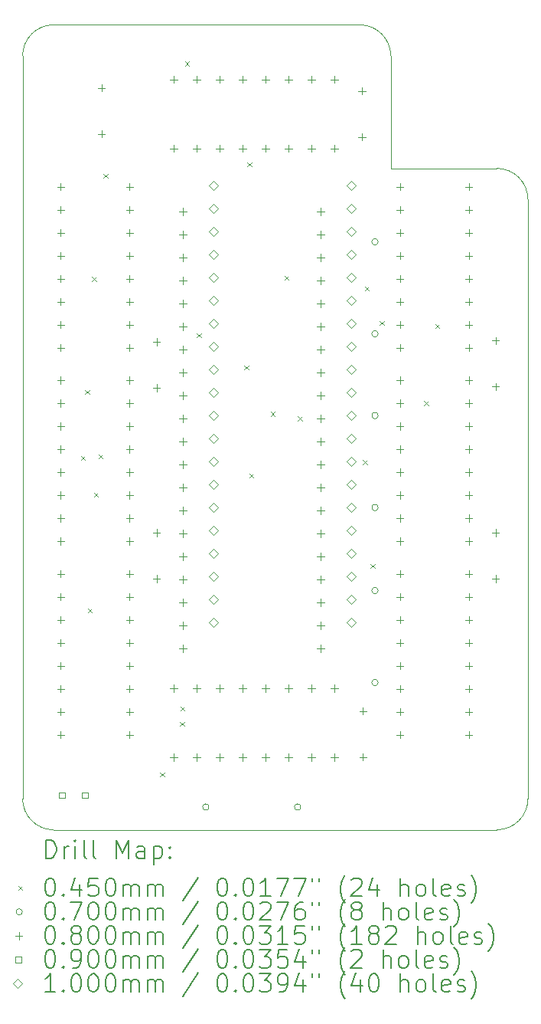
<source format=gbr>
%TF.GenerationSoftware,KiCad,Pcbnew,9.0.3*%
%TF.CreationDate,2025-10-30T22:20:44+00:00*%
%TF.ProjectId,TMSAdapterTC01,544d5341-6461-4707-9465-72544330312e,rev?*%
%TF.SameCoordinates,Original*%
%TF.FileFunction,Drillmap*%
%TF.FilePolarity,Positive*%
%FSLAX45Y45*%
G04 Gerber Fmt 4.5, Leading zero omitted, Abs format (unit mm)*
G04 Created by KiCad (PCBNEW 9.0.3) date 2025-10-30 22:20:44*
%MOMM*%
%LPD*%
G01*
G04 APERTURE LIST*
%ADD10C,0.050000*%
%ADD11C,0.200000*%
%ADD12C,0.100000*%
G04 APERTURE END LIST*
D10*
X6132462Y-2567000D02*
G75*
G02*
X6475460Y-2910000I-2J-343000D01*
G01*
X2745000Y-2567000D02*
X6132462Y-2567000D01*
X7650000Y-4153000D02*
G75*
G02*
X7993000Y-4496000I0J-343000D01*
G01*
X7650000Y-11459000D02*
X2745000Y-11459000D01*
X6475462Y-2910000D02*
X6475462Y-4153000D01*
X7993000Y-4496000D02*
X7993000Y-11116000D01*
X2402000Y-2910000D02*
X2402000Y-11116000D01*
X7993000Y-11116000D02*
G75*
G02*
X7650000Y-11459000I-343000J0D01*
G01*
X2402000Y-2910000D02*
G75*
G02*
X2745000Y-2567000I343000J0D01*
G01*
X6475462Y-4153000D02*
X7650000Y-4153000D01*
X2745000Y-11459000D02*
G75*
G02*
X2402000Y-11116000I0J343000D01*
G01*
D11*
D12*
X3046690Y-7328520D02*
X3091690Y-7373520D01*
X3091690Y-7328520D02*
X3046690Y-7373520D01*
X3094190Y-6601250D02*
X3139190Y-6646250D01*
X3139190Y-6601250D02*
X3094190Y-6646250D01*
X3121500Y-9011500D02*
X3166500Y-9056500D01*
X3166500Y-9011500D02*
X3121500Y-9056500D01*
X3169500Y-5351500D02*
X3214500Y-5396500D01*
X3214500Y-5351500D02*
X3169500Y-5396500D01*
X3194500Y-7733500D02*
X3239500Y-7778500D01*
X3239500Y-7733500D02*
X3194500Y-7778500D01*
X3245283Y-7314717D02*
X3290283Y-7359717D01*
X3290283Y-7314717D02*
X3245283Y-7359717D01*
X3296550Y-4214600D02*
X3341550Y-4259600D01*
X3341550Y-4214600D02*
X3296550Y-4259600D01*
X3924500Y-10825010D02*
X3969500Y-10870010D01*
X3969500Y-10825010D02*
X3924500Y-10870010D01*
X4143490Y-10269960D02*
X4188490Y-10314960D01*
X4188490Y-10269960D02*
X4143490Y-10314960D01*
X4145920Y-10096230D02*
X4190920Y-10141230D01*
X4190920Y-10096230D02*
X4145920Y-10141230D01*
X4201680Y-2974290D02*
X4246680Y-3019290D01*
X4246680Y-2974290D02*
X4201680Y-3019290D01*
X4329500Y-5976500D02*
X4374500Y-6021500D01*
X4374500Y-5976500D02*
X4329500Y-6021500D01*
X4856000Y-6331000D02*
X4901000Y-6376000D01*
X4901000Y-6331000D02*
X4856000Y-6376000D01*
X4888500Y-4089500D02*
X4933500Y-4134500D01*
X4933500Y-4089500D02*
X4888500Y-4134500D01*
X4909500Y-7526500D02*
X4954500Y-7571500D01*
X4954500Y-7526500D02*
X4909500Y-7571500D01*
X5147830Y-6842920D02*
X5192830Y-6887920D01*
X5192830Y-6842920D02*
X5147830Y-6887920D01*
X5298910Y-5337398D02*
X5343910Y-5382398D01*
X5343910Y-5337398D02*
X5298910Y-5382398D01*
X5449090Y-6892320D02*
X5494090Y-6937320D01*
X5494090Y-6892320D02*
X5449090Y-6937320D01*
X6167860Y-7376460D02*
X6212860Y-7421460D01*
X6212860Y-7376460D02*
X6167860Y-7421460D01*
X6188870Y-5459290D02*
X6233870Y-5504290D01*
X6233870Y-5459290D02*
X6188870Y-5504290D01*
X6251570Y-8522320D02*
X6296570Y-8567320D01*
X6296570Y-8522320D02*
X6251570Y-8567320D01*
X6354100Y-5839920D02*
X6399100Y-5884920D01*
X6399100Y-5839920D02*
X6354100Y-5884920D01*
X6846020Y-6724500D02*
X6891020Y-6769500D01*
X6891020Y-6724500D02*
X6846020Y-6769500D01*
X6967030Y-5874440D02*
X7012030Y-5919440D01*
X7012030Y-5874440D02*
X6967030Y-5919440D01*
X4464000Y-11208000D02*
G75*
G02*
X4394000Y-11208000I-35000J0D01*
G01*
X4394000Y-11208000D02*
G75*
G02*
X4464000Y-11208000I35000J0D01*
G01*
X5480000Y-11208000D02*
G75*
G02*
X5410000Y-11208000I-35000J0D01*
G01*
X5410000Y-11208000D02*
G75*
G02*
X5480000Y-11208000I35000J0D01*
G01*
X6336000Y-4964000D02*
G75*
G02*
X6266000Y-4964000I-35000J0D01*
G01*
X6266000Y-4964000D02*
G75*
G02*
X6336000Y-4964000I35000J0D01*
G01*
X6336000Y-5980000D02*
G75*
G02*
X6266000Y-5980000I-35000J0D01*
G01*
X6266000Y-5980000D02*
G75*
G02*
X6336000Y-5980000I35000J0D01*
G01*
X6336000Y-6883000D02*
G75*
G02*
X6266000Y-6883000I-35000J0D01*
G01*
X6266000Y-6883000D02*
G75*
G02*
X6336000Y-6883000I35000J0D01*
G01*
X6336000Y-7899000D02*
G75*
G02*
X6266000Y-7899000I-35000J0D01*
G01*
X6266000Y-7899000D02*
G75*
G02*
X6336000Y-7899000I35000J0D01*
G01*
X6336000Y-8817000D02*
G75*
G02*
X6266000Y-8817000I-35000J0D01*
G01*
X6266000Y-8817000D02*
G75*
G02*
X6336000Y-8817000I35000J0D01*
G01*
X6336000Y-9833000D02*
G75*
G02*
X6266000Y-9833000I-35000J0D01*
G01*
X6266000Y-9833000D02*
G75*
G02*
X6336000Y-9833000I35000J0D01*
G01*
X2824500Y-4315000D02*
X2824500Y-4395000D01*
X2784500Y-4355000D02*
X2864500Y-4355000D01*
X2824500Y-4569000D02*
X2824500Y-4649000D01*
X2784500Y-4609000D02*
X2864500Y-4609000D01*
X2824500Y-4823000D02*
X2824500Y-4903000D01*
X2784500Y-4863000D02*
X2864500Y-4863000D01*
X2824500Y-5077000D02*
X2824500Y-5157000D01*
X2784500Y-5117000D02*
X2864500Y-5117000D01*
X2824500Y-5331000D02*
X2824500Y-5411000D01*
X2784500Y-5371000D02*
X2864500Y-5371000D01*
X2824500Y-5585000D02*
X2824500Y-5665000D01*
X2784500Y-5625000D02*
X2864500Y-5625000D01*
X2824500Y-5839000D02*
X2824500Y-5919000D01*
X2784500Y-5879000D02*
X2864500Y-5879000D01*
X2824500Y-6093000D02*
X2824500Y-6173000D01*
X2784500Y-6133000D02*
X2864500Y-6133000D01*
X2824500Y-6452000D02*
X2824500Y-6532000D01*
X2784500Y-6492000D02*
X2864500Y-6492000D01*
X2824500Y-6706000D02*
X2824500Y-6786000D01*
X2784500Y-6746000D02*
X2864500Y-6746000D01*
X2824500Y-6960000D02*
X2824500Y-7040000D01*
X2784500Y-7000000D02*
X2864500Y-7000000D01*
X2824500Y-7214000D02*
X2824500Y-7294000D01*
X2784500Y-7254000D02*
X2864500Y-7254000D01*
X2824500Y-7468000D02*
X2824500Y-7548000D01*
X2784500Y-7508000D02*
X2864500Y-7508000D01*
X2824500Y-7722000D02*
X2824500Y-7802000D01*
X2784500Y-7762000D02*
X2864500Y-7762000D01*
X2824500Y-7976000D02*
X2824500Y-8056000D01*
X2784500Y-8016000D02*
X2864500Y-8016000D01*
X2824500Y-8230000D02*
X2824500Y-8310000D01*
X2784500Y-8270000D02*
X2864500Y-8270000D01*
X2824500Y-8591000D02*
X2824500Y-8671000D01*
X2784500Y-8631000D02*
X2864500Y-8631000D01*
X2824500Y-8845000D02*
X2824500Y-8925000D01*
X2784500Y-8885000D02*
X2864500Y-8885000D01*
X2824500Y-9099000D02*
X2824500Y-9179000D01*
X2784500Y-9139000D02*
X2864500Y-9139000D01*
X2824500Y-9353000D02*
X2824500Y-9433000D01*
X2784500Y-9393000D02*
X2864500Y-9393000D01*
X2824500Y-9607000D02*
X2824500Y-9687000D01*
X2784500Y-9647000D02*
X2864500Y-9647000D01*
X2824500Y-9861000D02*
X2824500Y-9941000D01*
X2784500Y-9901000D02*
X2864500Y-9901000D01*
X2824500Y-10115000D02*
X2824500Y-10195000D01*
X2784500Y-10155000D02*
X2864500Y-10155000D01*
X2824500Y-10369000D02*
X2824500Y-10449000D01*
X2784500Y-10409000D02*
X2864500Y-10409000D01*
X3276000Y-3223000D02*
X3276000Y-3303000D01*
X3236000Y-3263000D02*
X3316000Y-3263000D01*
X3276000Y-3731000D02*
X3276000Y-3811000D01*
X3236000Y-3771000D02*
X3316000Y-3771000D01*
X3586500Y-4315000D02*
X3586500Y-4395000D01*
X3546500Y-4355000D02*
X3626500Y-4355000D01*
X3586500Y-4569000D02*
X3586500Y-4649000D01*
X3546500Y-4609000D02*
X3626500Y-4609000D01*
X3586500Y-4823000D02*
X3586500Y-4903000D01*
X3546500Y-4863000D02*
X3626500Y-4863000D01*
X3586500Y-5077000D02*
X3586500Y-5157000D01*
X3546500Y-5117000D02*
X3626500Y-5117000D01*
X3586500Y-5331000D02*
X3586500Y-5411000D01*
X3546500Y-5371000D02*
X3626500Y-5371000D01*
X3586500Y-5585000D02*
X3586500Y-5665000D01*
X3546500Y-5625000D02*
X3626500Y-5625000D01*
X3586500Y-5839000D02*
X3586500Y-5919000D01*
X3546500Y-5879000D02*
X3626500Y-5879000D01*
X3586500Y-6093000D02*
X3586500Y-6173000D01*
X3546500Y-6133000D02*
X3626500Y-6133000D01*
X3586500Y-6452000D02*
X3586500Y-6532000D01*
X3546500Y-6492000D02*
X3626500Y-6492000D01*
X3586500Y-6706000D02*
X3586500Y-6786000D01*
X3546500Y-6746000D02*
X3626500Y-6746000D01*
X3586500Y-6960000D02*
X3586500Y-7040000D01*
X3546500Y-7000000D02*
X3626500Y-7000000D01*
X3586500Y-7214000D02*
X3586500Y-7294000D01*
X3546500Y-7254000D02*
X3626500Y-7254000D01*
X3586500Y-7468000D02*
X3586500Y-7548000D01*
X3546500Y-7508000D02*
X3626500Y-7508000D01*
X3586500Y-7722000D02*
X3586500Y-7802000D01*
X3546500Y-7762000D02*
X3626500Y-7762000D01*
X3586500Y-7976000D02*
X3586500Y-8056000D01*
X3546500Y-8016000D02*
X3626500Y-8016000D01*
X3586500Y-8230000D02*
X3586500Y-8310000D01*
X3546500Y-8270000D02*
X3626500Y-8270000D01*
X3586500Y-8591000D02*
X3586500Y-8671000D01*
X3546500Y-8631000D02*
X3626500Y-8631000D01*
X3586500Y-8845000D02*
X3586500Y-8925000D01*
X3546500Y-8885000D02*
X3626500Y-8885000D01*
X3586500Y-9099000D02*
X3586500Y-9179000D01*
X3546500Y-9139000D02*
X3626500Y-9139000D01*
X3586500Y-9353000D02*
X3586500Y-9433000D01*
X3546500Y-9393000D02*
X3626500Y-9393000D01*
X3586500Y-9607000D02*
X3586500Y-9687000D01*
X3546500Y-9647000D02*
X3626500Y-9647000D01*
X3586500Y-9861000D02*
X3586500Y-9941000D01*
X3546500Y-9901000D02*
X3626500Y-9901000D01*
X3586500Y-10115000D02*
X3586500Y-10195000D01*
X3546500Y-10155000D02*
X3626500Y-10155000D01*
X3586500Y-10369000D02*
X3586500Y-10449000D01*
X3546500Y-10409000D02*
X3626500Y-10409000D01*
X3885000Y-6028000D02*
X3885000Y-6108000D01*
X3845000Y-6068000D02*
X3925000Y-6068000D01*
X3885000Y-6536000D02*
X3885000Y-6616000D01*
X3845000Y-6576000D02*
X3925000Y-6576000D01*
X3885000Y-8136000D02*
X3885000Y-8216000D01*
X3845000Y-8176000D02*
X3925000Y-8176000D01*
X3885000Y-8644000D02*
X3885000Y-8724000D01*
X3845000Y-8684000D02*
X3925000Y-8684000D01*
X4074000Y-3130500D02*
X4074000Y-3210500D01*
X4034000Y-3170500D02*
X4114000Y-3170500D01*
X4074000Y-3892500D02*
X4074000Y-3972500D01*
X4034000Y-3932500D02*
X4114000Y-3932500D01*
X4074000Y-9855000D02*
X4074000Y-9935000D01*
X4034000Y-9895000D02*
X4114000Y-9895000D01*
X4074000Y-10617000D02*
X4074000Y-10697000D01*
X4034000Y-10657000D02*
X4114000Y-10657000D01*
X4174000Y-4588000D02*
X4174000Y-4668000D01*
X4134000Y-4628000D02*
X4214000Y-4628000D01*
X4174000Y-4842000D02*
X4174000Y-4922000D01*
X4134000Y-4882000D02*
X4214000Y-4882000D01*
X4174000Y-5096000D02*
X4174000Y-5176000D01*
X4134000Y-5136000D02*
X4214000Y-5136000D01*
X4174000Y-5350000D02*
X4174000Y-5430000D01*
X4134000Y-5390000D02*
X4214000Y-5390000D01*
X4174000Y-5604000D02*
X4174000Y-5684000D01*
X4134000Y-5644000D02*
X4214000Y-5644000D01*
X4174000Y-5858000D02*
X4174000Y-5938000D01*
X4134000Y-5898000D02*
X4214000Y-5898000D01*
X4174000Y-6112000D02*
X4174000Y-6192000D01*
X4134000Y-6152000D02*
X4214000Y-6152000D01*
X4174000Y-6366000D02*
X4174000Y-6446000D01*
X4134000Y-6406000D02*
X4214000Y-6406000D01*
X4174000Y-6620000D02*
X4174000Y-6700000D01*
X4134000Y-6660000D02*
X4214000Y-6660000D01*
X4174000Y-6874000D02*
X4174000Y-6954000D01*
X4134000Y-6914000D02*
X4214000Y-6914000D01*
X4174000Y-7128000D02*
X4174000Y-7208000D01*
X4134000Y-7168000D02*
X4214000Y-7168000D01*
X4174000Y-7382000D02*
X4174000Y-7462000D01*
X4134000Y-7422000D02*
X4214000Y-7422000D01*
X4174000Y-7636000D02*
X4174000Y-7716000D01*
X4134000Y-7676000D02*
X4214000Y-7676000D01*
X4174000Y-7890000D02*
X4174000Y-7970000D01*
X4134000Y-7930000D02*
X4214000Y-7930000D01*
X4174000Y-8144000D02*
X4174000Y-8224000D01*
X4134000Y-8184000D02*
X4214000Y-8184000D01*
X4174000Y-8398000D02*
X4174000Y-8478000D01*
X4134000Y-8438000D02*
X4214000Y-8438000D01*
X4174000Y-8652000D02*
X4174000Y-8732000D01*
X4134000Y-8692000D02*
X4214000Y-8692000D01*
X4174000Y-8906000D02*
X4174000Y-8986000D01*
X4134000Y-8946000D02*
X4214000Y-8946000D01*
X4174000Y-9160000D02*
X4174000Y-9240000D01*
X4134000Y-9200000D02*
X4214000Y-9200000D01*
X4174000Y-9414000D02*
X4174000Y-9494000D01*
X4134000Y-9454000D02*
X4214000Y-9454000D01*
X4328000Y-3130500D02*
X4328000Y-3210500D01*
X4288000Y-3170500D02*
X4368000Y-3170500D01*
X4328000Y-3892500D02*
X4328000Y-3972500D01*
X4288000Y-3932500D02*
X4368000Y-3932500D01*
X4328000Y-9855000D02*
X4328000Y-9935000D01*
X4288000Y-9895000D02*
X4368000Y-9895000D01*
X4328000Y-10617000D02*
X4328000Y-10697000D01*
X4288000Y-10657000D02*
X4368000Y-10657000D01*
X4582000Y-3130500D02*
X4582000Y-3210500D01*
X4542000Y-3170500D02*
X4622000Y-3170500D01*
X4582000Y-3892500D02*
X4582000Y-3972500D01*
X4542000Y-3932500D02*
X4622000Y-3932500D01*
X4582000Y-9855000D02*
X4582000Y-9935000D01*
X4542000Y-9895000D02*
X4622000Y-9895000D01*
X4582000Y-10617000D02*
X4582000Y-10697000D01*
X4542000Y-10657000D02*
X4622000Y-10657000D01*
X4836000Y-3130500D02*
X4836000Y-3210500D01*
X4796000Y-3170500D02*
X4876000Y-3170500D01*
X4836000Y-3892500D02*
X4836000Y-3972500D01*
X4796000Y-3932500D02*
X4876000Y-3932500D01*
X4836000Y-9855000D02*
X4836000Y-9935000D01*
X4796000Y-9895000D02*
X4876000Y-9895000D01*
X4836000Y-10617000D02*
X4836000Y-10697000D01*
X4796000Y-10657000D02*
X4876000Y-10657000D01*
X5090000Y-3130500D02*
X5090000Y-3210500D01*
X5050000Y-3170500D02*
X5130000Y-3170500D01*
X5090000Y-3892500D02*
X5090000Y-3972500D01*
X5050000Y-3932500D02*
X5130000Y-3932500D01*
X5090000Y-9855000D02*
X5090000Y-9935000D01*
X5050000Y-9895000D02*
X5130000Y-9895000D01*
X5090000Y-10617000D02*
X5090000Y-10697000D01*
X5050000Y-10657000D02*
X5130000Y-10657000D01*
X5344000Y-3130500D02*
X5344000Y-3210500D01*
X5304000Y-3170500D02*
X5384000Y-3170500D01*
X5344000Y-3892500D02*
X5344000Y-3972500D01*
X5304000Y-3932500D02*
X5384000Y-3932500D01*
X5344000Y-9855000D02*
X5344000Y-9935000D01*
X5304000Y-9895000D02*
X5384000Y-9895000D01*
X5344000Y-10617000D02*
X5344000Y-10697000D01*
X5304000Y-10657000D02*
X5384000Y-10657000D01*
X5598000Y-3130500D02*
X5598000Y-3210500D01*
X5558000Y-3170500D02*
X5638000Y-3170500D01*
X5598000Y-3892500D02*
X5598000Y-3972500D01*
X5558000Y-3932500D02*
X5638000Y-3932500D01*
X5598000Y-9855000D02*
X5598000Y-9935000D01*
X5558000Y-9895000D02*
X5638000Y-9895000D01*
X5598000Y-10617000D02*
X5598000Y-10697000D01*
X5558000Y-10657000D02*
X5638000Y-10657000D01*
X5698000Y-4588000D02*
X5698000Y-4668000D01*
X5658000Y-4628000D02*
X5738000Y-4628000D01*
X5698000Y-4842000D02*
X5698000Y-4922000D01*
X5658000Y-4882000D02*
X5738000Y-4882000D01*
X5698000Y-5096000D02*
X5698000Y-5176000D01*
X5658000Y-5136000D02*
X5738000Y-5136000D01*
X5698000Y-5350000D02*
X5698000Y-5430000D01*
X5658000Y-5390000D02*
X5738000Y-5390000D01*
X5698000Y-5604000D02*
X5698000Y-5684000D01*
X5658000Y-5644000D02*
X5738000Y-5644000D01*
X5698000Y-5858000D02*
X5698000Y-5938000D01*
X5658000Y-5898000D02*
X5738000Y-5898000D01*
X5698000Y-6112000D02*
X5698000Y-6192000D01*
X5658000Y-6152000D02*
X5738000Y-6152000D01*
X5698000Y-6366000D02*
X5698000Y-6446000D01*
X5658000Y-6406000D02*
X5738000Y-6406000D01*
X5698000Y-6620000D02*
X5698000Y-6700000D01*
X5658000Y-6660000D02*
X5738000Y-6660000D01*
X5698000Y-6874000D02*
X5698000Y-6954000D01*
X5658000Y-6914000D02*
X5738000Y-6914000D01*
X5698000Y-7128000D02*
X5698000Y-7208000D01*
X5658000Y-7168000D02*
X5738000Y-7168000D01*
X5698000Y-7382000D02*
X5698000Y-7462000D01*
X5658000Y-7422000D02*
X5738000Y-7422000D01*
X5698000Y-7636000D02*
X5698000Y-7716000D01*
X5658000Y-7676000D02*
X5738000Y-7676000D01*
X5698000Y-7890000D02*
X5698000Y-7970000D01*
X5658000Y-7930000D02*
X5738000Y-7930000D01*
X5698000Y-8144000D02*
X5698000Y-8224000D01*
X5658000Y-8184000D02*
X5738000Y-8184000D01*
X5698000Y-8398000D02*
X5698000Y-8478000D01*
X5658000Y-8438000D02*
X5738000Y-8438000D01*
X5698000Y-8652000D02*
X5698000Y-8732000D01*
X5658000Y-8692000D02*
X5738000Y-8692000D01*
X5698000Y-8906000D02*
X5698000Y-8986000D01*
X5658000Y-8946000D02*
X5738000Y-8946000D01*
X5698000Y-9160000D02*
X5698000Y-9240000D01*
X5658000Y-9200000D02*
X5738000Y-9200000D01*
X5698000Y-9414000D02*
X5698000Y-9494000D01*
X5658000Y-9454000D02*
X5738000Y-9454000D01*
X5852000Y-3130500D02*
X5852000Y-3210500D01*
X5812000Y-3170500D02*
X5892000Y-3170500D01*
X5852000Y-3892500D02*
X5852000Y-3972500D01*
X5812000Y-3932500D02*
X5892000Y-3932500D01*
X5852000Y-9855000D02*
X5852000Y-9935000D01*
X5812000Y-9895000D02*
X5892000Y-9895000D01*
X5852000Y-10617000D02*
X5852000Y-10697000D01*
X5812000Y-10657000D02*
X5892000Y-10657000D01*
X6156000Y-3257000D02*
X6156000Y-3337000D01*
X6116000Y-3297000D02*
X6196000Y-3297000D01*
X6156000Y-3765000D02*
X6156000Y-3845000D01*
X6116000Y-3805000D02*
X6196000Y-3805000D01*
X6169000Y-10107000D02*
X6169000Y-10187000D01*
X6129000Y-10147000D02*
X6209000Y-10147000D01*
X6169000Y-10615000D02*
X6169000Y-10695000D01*
X6129000Y-10655000D02*
X6209000Y-10655000D01*
X6576000Y-4315000D02*
X6576000Y-4395000D01*
X6536000Y-4355000D02*
X6616000Y-4355000D01*
X6576000Y-4569000D02*
X6576000Y-4649000D01*
X6536000Y-4609000D02*
X6616000Y-4609000D01*
X6576000Y-4823000D02*
X6576000Y-4903000D01*
X6536000Y-4863000D02*
X6616000Y-4863000D01*
X6576000Y-5077000D02*
X6576000Y-5157000D01*
X6536000Y-5117000D02*
X6616000Y-5117000D01*
X6576000Y-5331000D02*
X6576000Y-5411000D01*
X6536000Y-5371000D02*
X6616000Y-5371000D01*
X6576000Y-5585000D02*
X6576000Y-5665000D01*
X6536000Y-5625000D02*
X6616000Y-5625000D01*
X6576000Y-5839000D02*
X6576000Y-5919000D01*
X6536000Y-5879000D02*
X6616000Y-5879000D01*
X6576000Y-6093000D02*
X6576000Y-6173000D01*
X6536000Y-6133000D02*
X6616000Y-6133000D01*
X6576000Y-6452000D02*
X6576000Y-6532000D01*
X6536000Y-6492000D02*
X6616000Y-6492000D01*
X6576000Y-6706000D02*
X6576000Y-6786000D01*
X6536000Y-6746000D02*
X6616000Y-6746000D01*
X6576000Y-6960000D02*
X6576000Y-7040000D01*
X6536000Y-7000000D02*
X6616000Y-7000000D01*
X6576000Y-7214000D02*
X6576000Y-7294000D01*
X6536000Y-7254000D02*
X6616000Y-7254000D01*
X6576000Y-7468000D02*
X6576000Y-7548000D01*
X6536000Y-7508000D02*
X6616000Y-7508000D01*
X6576000Y-7722000D02*
X6576000Y-7802000D01*
X6536000Y-7762000D02*
X6616000Y-7762000D01*
X6576000Y-7976000D02*
X6576000Y-8056000D01*
X6536000Y-8016000D02*
X6616000Y-8016000D01*
X6576000Y-8230000D02*
X6576000Y-8310000D01*
X6536000Y-8270000D02*
X6616000Y-8270000D01*
X6576000Y-8591000D02*
X6576000Y-8671000D01*
X6536000Y-8631000D02*
X6616000Y-8631000D01*
X6576000Y-8845000D02*
X6576000Y-8925000D01*
X6536000Y-8885000D02*
X6616000Y-8885000D01*
X6576000Y-9099000D02*
X6576000Y-9179000D01*
X6536000Y-9139000D02*
X6616000Y-9139000D01*
X6576000Y-9353000D02*
X6576000Y-9433000D01*
X6536000Y-9393000D02*
X6616000Y-9393000D01*
X6576000Y-9607000D02*
X6576000Y-9687000D01*
X6536000Y-9647000D02*
X6616000Y-9647000D01*
X6576000Y-9861000D02*
X6576000Y-9941000D01*
X6536000Y-9901000D02*
X6616000Y-9901000D01*
X6576000Y-10115000D02*
X6576000Y-10195000D01*
X6536000Y-10155000D02*
X6616000Y-10155000D01*
X6576000Y-10369000D02*
X6576000Y-10449000D01*
X6536000Y-10409000D02*
X6616000Y-10409000D01*
X7338000Y-4315000D02*
X7338000Y-4395000D01*
X7298000Y-4355000D02*
X7378000Y-4355000D01*
X7338000Y-4569000D02*
X7338000Y-4649000D01*
X7298000Y-4609000D02*
X7378000Y-4609000D01*
X7338000Y-4823000D02*
X7338000Y-4903000D01*
X7298000Y-4863000D02*
X7378000Y-4863000D01*
X7338000Y-5077000D02*
X7338000Y-5157000D01*
X7298000Y-5117000D02*
X7378000Y-5117000D01*
X7338000Y-5331000D02*
X7338000Y-5411000D01*
X7298000Y-5371000D02*
X7378000Y-5371000D01*
X7338000Y-5585000D02*
X7338000Y-5665000D01*
X7298000Y-5625000D02*
X7378000Y-5625000D01*
X7338000Y-5839000D02*
X7338000Y-5919000D01*
X7298000Y-5879000D02*
X7378000Y-5879000D01*
X7338000Y-6093000D02*
X7338000Y-6173000D01*
X7298000Y-6133000D02*
X7378000Y-6133000D01*
X7338000Y-6452000D02*
X7338000Y-6532000D01*
X7298000Y-6492000D02*
X7378000Y-6492000D01*
X7338000Y-6706000D02*
X7338000Y-6786000D01*
X7298000Y-6746000D02*
X7378000Y-6746000D01*
X7338000Y-6960000D02*
X7338000Y-7040000D01*
X7298000Y-7000000D02*
X7378000Y-7000000D01*
X7338000Y-7214000D02*
X7338000Y-7294000D01*
X7298000Y-7254000D02*
X7378000Y-7254000D01*
X7338000Y-7468000D02*
X7338000Y-7548000D01*
X7298000Y-7508000D02*
X7378000Y-7508000D01*
X7338000Y-7722000D02*
X7338000Y-7802000D01*
X7298000Y-7762000D02*
X7378000Y-7762000D01*
X7338000Y-7976000D02*
X7338000Y-8056000D01*
X7298000Y-8016000D02*
X7378000Y-8016000D01*
X7338000Y-8230000D02*
X7338000Y-8310000D01*
X7298000Y-8270000D02*
X7378000Y-8270000D01*
X7338000Y-8591000D02*
X7338000Y-8671000D01*
X7298000Y-8631000D02*
X7378000Y-8631000D01*
X7338000Y-8845000D02*
X7338000Y-8925000D01*
X7298000Y-8885000D02*
X7378000Y-8885000D01*
X7338000Y-9099000D02*
X7338000Y-9179000D01*
X7298000Y-9139000D02*
X7378000Y-9139000D01*
X7338000Y-9353000D02*
X7338000Y-9433000D01*
X7298000Y-9393000D02*
X7378000Y-9393000D01*
X7338000Y-9607000D02*
X7338000Y-9687000D01*
X7298000Y-9647000D02*
X7378000Y-9647000D01*
X7338000Y-9861000D02*
X7338000Y-9941000D01*
X7298000Y-9901000D02*
X7378000Y-9901000D01*
X7338000Y-10115000D02*
X7338000Y-10195000D01*
X7298000Y-10155000D02*
X7378000Y-10155000D01*
X7338000Y-10369000D02*
X7338000Y-10449000D01*
X7298000Y-10409000D02*
X7378000Y-10409000D01*
X7636000Y-6016000D02*
X7636000Y-6096000D01*
X7596000Y-6056000D02*
X7676000Y-6056000D01*
X7636000Y-6524000D02*
X7636000Y-6604000D01*
X7596000Y-6564000D02*
X7676000Y-6564000D01*
X7636000Y-8136000D02*
X7636000Y-8216000D01*
X7596000Y-8176000D02*
X7676000Y-8176000D01*
X7636000Y-8644000D02*
X7636000Y-8724000D01*
X7596000Y-8684000D02*
X7676000Y-8684000D01*
X2867820Y-11107320D02*
X2867820Y-11043680D01*
X2804180Y-11043680D01*
X2804180Y-11107320D01*
X2867820Y-11107320D01*
X3121820Y-11107320D02*
X3121820Y-11043680D01*
X3058180Y-11043680D01*
X3058180Y-11107320D01*
X3121820Y-11107320D01*
X4511000Y-4393000D02*
X4561000Y-4343000D01*
X4511000Y-4293000D01*
X4461000Y-4343000D01*
X4511000Y-4393000D01*
X4511000Y-4647000D02*
X4561000Y-4597000D01*
X4511000Y-4547000D01*
X4461000Y-4597000D01*
X4511000Y-4647000D01*
X4511000Y-4901000D02*
X4561000Y-4851000D01*
X4511000Y-4801000D01*
X4461000Y-4851000D01*
X4511000Y-4901000D01*
X4511000Y-5155000D02*
X4561000Y-5105000D01*
X4511000Y-5055000D01*
X4461000Y-5105000D01*
X4511000Y-5155000D01*
X4511000Y-5409000D02*
X4561000Y-5359000D01*
X4511000Y-5309000D01*
X4461000Y-5359000D01*
X4511000Y-5409000D01*
X4511000Y-5663000D02*
X4561000Y-5613000D01*
X4511000Y-5563000D01*
X4461000Y-5613000D01*
X4511000Y-5663000D01*
X4511000Y-5917000D02*
X4561000Y-5867000D01*
X4511000Y-5817000D01*
X4461000Y-5867000D01*
X4511000Y-5917000D01*
X4511000Y-6171000D02*
X4561000Y-6121000D01*
X4511000Y-6071000D01*
X4461000Y-6121000D01*
X4511000Y-6171000D01*
X4511000Y-6425000D02*
X4561000Y-6375000D01*
X4511000Y-6325000D01*
X4461000Y-6375000D01*
X4511000Y-6425000D01*
X4511000Y-6679000D02*
X4561000Y-6629000D01*
X4511000Y-6579000D01*
X4461000Y-6629000D01*
X4511000Y-6679000D01*
X4511000Y-6933000D02*
X4561000Y-6883000D01*
X4511000Y-6833000D01*
X4461000Y-6883000D01*
X4511000Y-6933000D01*
X4511000Y-7187000D02*
X4561000Y-7137000D01*
X4511000Y-7087000D01*
X4461000Y-7137000D01*
X4511000Y-7187000D01*
X4511000Y-7441000D02*
X4561000Y-7391000D01*
X4511000Y-7341000D01*
X4461000Y-7391000D01*
X4511000Y-7441000D01*
X4511000Y-7695000D02*
X4561000Y-7645000D01*
X4511000Y-7595000D01*
X4461000Y-7645000D01*
X4511000Y-7695000D01*
X4511000Y-7949000D02*
X4561000Y-7899000D01*
X4511000Y-7849000D01*
X4461000Y-7899000D01*
X4511000Y-7949000D01*
X4511000Y-8203000D02*
X4561000Y-8153000D01*
X4511000Y-8103000D01*
X4461000Y-8153000D01*
X4511000Y-8203000D01*
X4511000Y-8457000D02*
X4561000Y-8407000D01*
X4511000Y-8357000D01*
X4461000Y-8407000D01*
X4511000Y-8457000D01*
X4511000Y-8711000D02*
X4561000Y-8661000D01*
X4511000Y-8611000D01*
X4461000Y-8661000D01*
X4511000Y-8711000D01*
X4511000Y-8965000D02*
X4561000Y-8915000D01*
X4511000Y-8865000D01*
X4461000Y-8915000D01*
X4511000Y-8965000D01*
X4511000Y-9219000D02*
X4561000Y-9169000D01*
X4511000Y-9119000D01*
X4461000Y-9169000D01*
X4511000Y-9219000D01*
X6035000Y-4393000D02*
X6085000Y-4343000D01*
X6035000Y-4293000D01*
X5985000Y-4343000D01*
X6035000Y-4393000D01*
X6035000Y-4647000D02*
X6085000Y-4597000D01*
X6035000Y-4547000D01*
X5985000Y-4597000D01*
X6035000Y-4647000D01*
X6035000Y-4901000D02*
X6085000Y-4851000D01*
X6035000Y-4801000D01*
X5985000Y-4851000D01*
X6035000Y-4901000D01*
X6035000Y-5155000D02*
X6085000Y-5105000D01*
X6035000Y-5055000D01*
X5985000Y-5105000D01*
X6035000Y-5155000D01*
X6035000Y-5409000D02*
X6085000Y-5359000D01*
X6035000Y-5309000D01*
X5985000Y-5359000D01*
X6035000Y-5409000D01*
X6035000Y-5663000D02*
X6085000Y-5613000D01*
X6035000Y-5563000D01*
X5985000Y-5613000D01*
X6035000Y-5663000D01*
X6035000Y-5917000D02*
X6085000Y-5867000D01*
X6035000Y-5817000D01*
X5985000Y-5867000D01*
X6035000Y-5917000D01*
X6035000Y-6171000D02*
X6085000Y-6121000D01*
X6035000Y-6071000D01*
X5985000Y-6121000D01*
X6035000Y-6171000D01*
X6035000Y-6425000D02*
X6085000Y-6375000D01*
X6035000Y-6325000D01*
X5985000Y-6375000D01*
X6035000Y-6425000D01*
X6035000Y-6679000D02*
X6085000Y-6629000D01*
X6035000Y-6579000D01*
X5985000Y-6629000D01*
X6035000Y-6679000D01*
X6035000Y-6933000D02*
X6085000Y-6883000D01*
X6035000Y-6833000D01*
X5985000Y-6883000D01*
X6035000Y-6933000D01*
X6035000Y-7187000D02*
X6085000Y-7137000D01*
X6035000Y-7087000D01*
X5985000Y-7137000D01*
X6035000Y-7187000D01*
X6035000Y-7441000D02*
X6085000Y-7391000D01*
X6035000Y-7341000D01*
X5985000Y-7391000D01*
X6035000Y-7441000D01*
X6035000Y-7695000D02*
X6085000Y-7645000D01*
X6035000Y-7595000D01*
X5985000Y-7645000D01*
X6035000Y-7695000D01*
X6035000Y-7949000D02*
X6085000Y-7899000D01*
X6035000Y-7849000D01*
X5985000Y-7899000D01*
X6035000Y-7949000D01*
X6035000Y-8203000D02*
X6085000Y-8153000D01*
X6035000Y-8103000D01*
X5985000Y-8153000D01*
X6035000Y-8203000D01*
X6035000Y-8457000D02*
X6085000Y-8407000D01*
X6035000Y-8357000D01*
X5985000Y-8407000D01*
X6035000Y-8457000D01*
X6035000Y-8711000D02*
X6085000Y-8661000D01*
X6035000Y-8611000D01*
X5985000Y-8661000D01*
X6035000Y-8711000D01*
X6035000Y-8965000D02*
X6085000Y-8915000D01*
X6035000Y-8865000D01*
X5985000Y-8915000D01*
X6035000Y-8965000D01*
X6035000Y-9219000D02*
X6085000Y-9169000D01*
X6035000Y-9119000D01*
X5985000Y-9169000D01*
X6035000Y-9219000D01*
D11*
X2660277Y-11772984D02*
X2660277Y-11572984D01*
X2660277Y-11572984D02*
X2707896Y-11572984D01*
X2707896Y-11572984D02*
X2736467Y-11582508D01*
X2736467Y-11582508D02*
X2755515Y-11601555D01*
X2755515Y-11601555D02*
X2765039Y-11620603D01*
X2765039Y-11620603D02*
X2774563Y-11658698D01*
X2774563Y-11658698D02*
X2774563Y-11687269D01*
X2774563Y-11687269D02*
X2765039Y-11725365D01*
X2765039Y-11725365D02*
X2755515Y-11744412D01*
X2755515Y-11744412D02*
X2736467Y-11763460D01*
X2736467Y-11763460D02*
X2707896Y-11772984D01*
X2707896Y-11772984D02*
X2660277Y-11772984D01*
X2860277Y-11772984D02*
X2860277Y-11639650D01*
X2860277Y-11677746D02*
X2869801Y-11658698D01*
X2869801Y-11658698D02*
X2879324Y-11649174D01*
X2879324Y-11649174D02*
X2898372Y-11639650D01*
X2898372Y-11639650D02*
X2917420Y-11639650D01*
X2984086Y-11772984D02*
X2984086Y-11639650D01*
X2984086Y-11572984D02*
X2974562Y-11582508D01*
X2974562Y-11582508D02*
X2984086Y-11592031D01*
X2984086Y-11592031D02*
X2993610Y-11582508D01*
X2993610Y-11582508D02*
X2984086Y-11572984D01*
X2984086Y-11572984D02*
X2984086Y-11592031D01*
X3107896Y-11772984D02*
X3088848Y-11763460D01*
X3088848Y-11763460D02*
X3079324Y-11744412D01*
X3079324Y-11744412D02*
X3079324Y-11572984D01*
X3212658Y-11772984D02*
X3193610Y-11763460D01*
X3193610Y-11763460D02*
X3184086Y-11744412D01*
X3184086Y-11744412D02*
X3184086Y-11572984D01*
X3441229Y-11772984D02*
X3441229Y-11572984D01*
X3441229Y-11572984D02*
X3507896Y-11715841D01*
X3507896Y-11715841D02*
X3574562Y-11572984D01*
X3574562Y-11572984D02*
X3574562Y-11772984D01*
X3755515Y-11772984D02*
X3755515Y-11668222D01*
X3755515Y-11668222D02*
X3745991Y-11649174D01*
X3745991Y-11649174D02*
X3726943Y-11639650D01*
X3726943Y-11639650D02*
X3688848Y-11639650D01*
X3688848Y-11639650D02*
X3669801Y-11649174D01*
X3755515Y-11763460D02*
X3736467Y-11772984D01*
X3736467Y-11772984D02*
X3688848Y-11772984D01*
X3688848Y-11772984D02*
X3669801Y-11763460D01*
X3669801Y-11763460D02*
X3660277Y-11744412D01*
X3660277Y-11744412D02*
X3660277Y-11725365D01*
X3660277Y-11725365D02*
X3669801Y-11706317D01*
X3669801Y-11706317D02*
X3688848Y-11696793D01*
X3688848Y-11696793D02*
X3736467Y-11696793D01*
X3736467Y-11696793D02*
X3755515Y-11687269D01*
X3850753Y-11639650D02*
X3850753Y-11839650D01*
X3850753Y-11649174D02*
X3869801Y-11639650D01*
X3869801Y-11639650D02*
X3907896Y-11639650D01*
X3907896Y-11639650D02*
X3926943Y-11649174D01*
X3926943Y-11649174D02*
X3936467Y-11658698D01*
X3936467Y-11658698D02*
X3945991Y-11677746D01*
X3945991Y-11677746D02*
X3945991Y-11734888D01*
X3945991Y-11734888D02*
X3936467Y-11753936D01*
X3936467Y-11753936D02*
X3926943Y-11763460D01*
X3926943Y-11763460D02*
X3907896Y-11772984D01*
X3907896Y-11772984D02*
X3869801Y-11772984D01*
X3869801Y-11772984D02*
X3850753Y-11763460D01*
X4031705Y-11753936D02*
X4041229Y-11763460D01*
X4041229Y-11763460D02*
X4031705Y-11772984D01*
X4031705Y-11772984D02*
X4022182Y-11763460D01*
X4022182Y-11763460D02*
X4031705Y-11753936D01*
X4031705Y-11753936D02*
X4031705Y-11772984D01*
X4031705Y-11649174D02*
X4041229Y-11658698D01*
X4041229Y-11658698D02*
X4031705Y-11668222D01*
X4031705Y-11668222D02*
X4022182Y-11658698D01*
X4022182Y-11658698D02*
X4031705Y-11649174D01*
X4031705Y-11649174D02*
X4031705Y-11668222D01*
D12*
X2354500Y-12079000D02*
X2399500Y-12124000D01*
X2399500Y-12079000D02*
X2354500Y-12124000D01*
D11*
X2698372Y-11992984D02*
X2717420Y-11992984D01*
X2717420Y-11992984D02*
X2736467Y-12002508D01*
X2736467Y-12002508D02*
X2745991Y-12012031D01*
X2745991Y-12012031D02*
X2755515Y-12031079D01*
X2755515Y-12031079D02*
X2765039Y-12069174D01*
X2765039Y-12069174D02*
X2765039Y-12116793D01*
X2765039Y-12116793D02*
X2755515Y-12154888D01*
X2755515Y-12154888D02*
X2745991Y-12173936D01*
X2745991Y-12173936D02*
X2736467Y-12183460D01*
X2736467Y-12183460D02*
X2717420Y-12192984D01*
X2717420Y-12192984D02*
X2698372Y-12192984D01*
X2698372Y-12192984D02*
X2679324Y-12183460D01*
X2679324Y-12183460D02*
X2669801Y-12173936D01*
X2669801Y-12173936D02*
X2660277Y-12154888D01*
X2660277Y-12154888D02*
X2650753Y-12116793D01*
X2650753Y-12116793D02*
X2650753Y-12069174D01*
X2650753Y-12069174D02*
X2660277Y-12031079D01*
X2660277Y-12031079D02*
X2669801Y-12012031D01*
X2669801Y-12012031D02*
X2679324Y-12002508D01*
X2679324Y-12002508D02*
X2698372Y-11992984D01*
X2850753Y-12173936D02*
X2860277Y-12183460D01*
X2860277Y-12183460D02*
X2850753Y-12192984D01*
X2850753Y-12192984D02*
X2841229Y-12183460D01*
X2841229Y-12183460D02*
X2850753Y-12173936D01*
X2850753Y-12173936D02*
X2850753Y-12192984D01*
X3031705Y-12059650D02*
X3031705Y-12192984D01*
X2984086Y-11983460D02*
X2936467Y-12126317D01*
X2936467Y-12126317D02*
X3060277Y-12126317D01*
X3231705Y-11992984D02*
X3136467Y-11992984D01*
X3136467Y-11992984D02*
X3126943Y-12088222D01*
X3126943Y-12088222D02*
X3136467Y-12078698D01*
X3136467Y-12078698D02*
X3155515Y-12069174D01*
X3155515Y-12069174D02*
X3203134Y-12069174D01*
X3203134Y-12069174D02*
X3222182Y-12078698D01*
X3222182Y-12078698D02*
X3231705Y-12088222D01*
X3231705Y-12088222D02*
X3241229Y-12107269D01*
X3241229Y-12107269D02*
X3241229Y-12154888D01*
X3241229Y-12154888D02*
X3231705Y-12173936D01*
X3231705Y-12173936D02*
X3222182Y-12183460D01*
X3222182Y-12183460D02*
X3203134Y-12192984D01*
X3203134Y-12192984D02*
X3155515Y-12192984D01*
X3155515Y-12192984D02*
X3136467Y-12183460D01*
X3136467Y-12183460D02*
X3126943Y-12173936D01*
X3365039Y-11992984D02*
X3384086Y-11992984D01*
X3384086Y-11992984D02*
X3403134Y-12002508D01*
X3403134Y-12002508D02*
X3412658Y-12012031D01*
X3412658Y-12012031D02*
X3422182Y-12031079D01*
X3422182Y-12031079D02*
X3431705Y-12069174D01*
X3431705Y-12069174D02*
X3431705Y-12116793D01*
X3431705Y-12116793D02*
X3422182Y-12154888D01*
X3422182Y-12154888D02*
X3412658Y-12173936D01*
X3412658Y-12173936D02*
X3403134Y-12183460D01*
X3403134Y-12183460D02*
X3384086Y-12192984D01*
X3384086Y-12192984D02*
X3365039Y-12192984D01*
X3365039Y-12192984D02*
X3345991Y-12183460D01*
X3345991Y-12183460D02*
X3336467Y-12173936D01*
X3336467Y-12173936D02*
X3326943Y-12154888D01*
X3326943Y-12154888D02*
X3317420Y-12116793D01*
X3317420Y-12116793D02*
X3317420Y-12069174D01*
X3317420Y-12069174D02*
X3326943Y-12031079D01*
X3326943Y-12031079D02*
X3336467Y-12012031D01*
X3336467Y-12012031D02*
X3345991Y-12002508D01*
X3345991Y-12002508D02*
X3365039Y-11992984D01*
X3517420Y-12192984D02*
X3517420Y-12059650D01*
X3517420Y-12078698D02*
X3526943Y-12069174D01*
X3526943Y-12069174D02*
X3545991Y-12059650D01*
X3545991Y-12059650D02*
X3574563Y-12059650D01*
X3574563Y-12059650D02*
X3593610Y-12069174D01*
X3593610Y-12069174D02*
X3603134Y-12088222D01*
X3603134Y-12088222D02*
X3603134Y-12192984D01*
X3603134Y-12088222D02*
X3612658Y-12069174D01*
X3612658Y-12069174D02*
X3631705Y-12059650D01*
X3631705Y-12059650D02*
X3660277Y-12059650D01*
X3660277Y-12059650D02*
X3679324Y-12069174D01*
X3679324Y-12069174D02*
X3688848Y-12088222D01*
X3688848Y-12088222D02*
X3688848Y-12192984D01*
X3784086Y-12192984D02*
X3784086Y-12059650D01*
X3784086Y-12078698D02*
X3793610Y-12069174D01*
X3793610Y-12069174D02*
X3812658Y-12059650D01*
X3812658Y-12059650D02*
X3841229Y-12059650D01*
X3841229Y-12059650D02*
X3860277Y-12069174D01*
X3860277Y-12069174D02*
X3869801Y-12088222D01*
X3869801Y-12088222D02*
X3869801Y-12192984D01*
X3869801Y-12088222D02*
X3879324Y-12069174D01*
X3879324Y-12069174D02*
X3898372Y-12059650D01*
X3898372Y-12059650D02*
X3926943Y-12059650D01*
X3926943Y-12059650D02*
X3945991Y-12069174D01*
X3945991Y-12069174D02*
X3955515Y-12088222D01*
X3955515Y-12088222D02*
X3955515Y-12192984D01*
X4345991Y-11983460D02*
X4174563Y-12240603D01*
X4603134Y-11992984D02*
X4622182Y-11992984D01*
X4622182Y-11992984D02*
X4641229Y-12002508D01*
X4641229Y-12002508D02*
X4650753Y-12012031D01*
X4650753Y-12012031D02*
X4660277Y-12031079D01*
X4660277Y-12031079D02*
X4669801Y-12069174D01*
X4669801Y-12069174D02*
X4669801Y-12116793D01*
X4669801Y-12116793D02*
X4660277Y-12154888D01*
X4660277Y-12154888D02*
X4650753Y-12173936D01*
X4650753Y-12173936D02*
X4641229Y-12183460D01*
X4641229Y-12183460D02*
X4622182Y-12192984D01*
X4622182Y-12192984D02*
X4603134Y-12192984D01*
X4603134Y-12192984D02*
X4584087Y-12183460D01*
X4584087Y-12183460D02*
X4574563Y-12173936D01*
X4574563Y-12173936D02*
X4565039Y-12154888D01*
X4565039Y-12154888D02*
X4555515Y-12116793D01*
X4555515Y-12116793D02*
X4555515Y-12069174D01*
X4555515Y-12069174D02*
X4565039Y-12031079D01*
X4565039Y-12031079D02*
X4574563Y-12012031D01*
X4574563Y-12012031D02*
X4584087Y-12002508D01*
X4584087Y-12002508D02*
X4603134Y-11992984D01*
X4755515Y-12173936D02*
X4765039Y-12183460D01*
X4765039Y-12183460D02*
X4755515Y-12192984D01*
X4755515Y-12192984D02*
X4745991Y-12183460D01*
X4745991Y-12183460D02*
X4755515Y-12173936D01*
X4755515Y-12173936D02*
X4755515Y-12192984D01*
X4888848Y-11992984D02*
X4907896Y-11992984D01*
X4907896Y-11992984D02*
X4926944Y-12002508D01*
X4926944Y-12002508D02*
X4936468Y-12012031D01*
X4936468Y-12012031D02*
X4945991Y-12031079D01*
X4945991Y-12031079D02*
X4955515Y-12069174D01*
X4955515Y-12069174D02*
X4955515Y-12116793D01*
X4955515Y-12116793D02*
X4945991Y-12154888D01*
X4945991Y-12154888D02*
X4936468Y-12173936D01*
X4936468Y-12173936D02*
X4926944Y-12183460D01*
X4926944Y-12183460D02*
X4907896Y-12192984D01*
X4907896Y-12192984D02*
X4888848Y-12192984D01*
X4888848Y-12192984D02*
X4869801Y-12183460D01*
X4869801Y-12183460D02*
X4860277Y-12173936D01*
X4860277Y-12173936D02*
X4850753Y-12154888D01*
X4850753Y-12154888D02*
X4841229Y-12116793D01*
X4841229Y-12116793D02*
X4841229Y-12069174D01*
X4841229Y-12069174D02*
X4850753Y-12031079D01*
X4850753Y-12031079D02*
X4860277Y-12012031D01*
X4860277Y-12012031D02*
X4869801Y-12002508D01*
X4869801Y-12002508D02*
X4888848Y-11992984D01*
X5145991Y-12192984D02*
X5031706Y-12192984D01*
X5088848Y-12192984D02*
X5088848Y-11992984D01*
X5088848Y-11992984D02*
X5069801Y-12021555D01*
X5069801Y-12021555D02*
X5050753Y-12040603D01*
X5050753Y-12040603D02*
X5031706Y-12050127D01*
X5212658Y-11992984D02*
X5345991Y-11992984D01*
X5345991Y-11992984D02*
X5260277Y-12192984D01*
X5403134Y-11992984D02*
X5536468Y-11992984D01*
X5536468Y-11992984D02*
X5450753Y-12192984D01*
X5603134Y-11992984D02*
X5603134Y-12031079D01*
X5679325Y-11992984D02*
X5679325Y-12031079D01*
X5974563Y-12269174D02*
X5965039Y-12259650D01*
X5965039Y-12259650D02*
X5945991Y-12231079D01*
X5945991Y-12231079D02*
X5936468Y-12212031D01*
X5936468Y-12212031D02*
X5926944Y-12183460D01*
X5926944Y-12183460D02*
X5917420Y-12135841D01*
X5917420Y-12135841D02*
X5917420Y-12097746D01*
X5917420Y-12097746D02*
X5926944Y-12050127D01*
X5926944Y-12050127D02*
X5936468Y-12021555D01*
X5936468Y-12021555D02*
X5945991Y-12002508D01*
X5945991Y-12002508D02*
X5965039Y-11973936D01*
X5965039Y-11973936D02*
X5974563Y-11964412D01*
X6041229Y-12012031D02*
X6050753Y-12002508D01*
X6050753Y-12002508D02*
X6069801Y-11992984D01*
X6069801Y-11992984D02*
X6117420Y-11992984D01*
X6117420Y-11992984D02*
X6136468Y-12002508D01*
X6136468Y-12002508D02*
X6145991Y-12012031D01*
X6145991Y-12012031D02*
X6155515Y-12031079D01*
X6155515Y-12031079D02*
X6155515Y-12050127D01*
X6155515Y-12050127D02*
X6145991Y-12078698D01*
X6145991Y-12078698D02*
X6031706Y-12192984D01*
X6031706Y-12192984D02*
X6155515Y-12192984D01*
X6326944Y-12059650D02*
X6326944Y-12192984D01*
X6279325Y-11983460D02*
X6231706Y-12126317D01*
X6231706Y-12126317D02*
X6355515Y-12126317D01*
X6584087Y-12192984D02*
X6584087Y-11992984D01*
X6669801Y-12192984D02*
X6669801Y-12088222D01*
X6669801Y-12088222D02*
X6660277Y-12069174D01*
X6660277Y-12069174D02*
X6641230Y-12059650D01*
X6641230Y-12059650D02*
X6612658Y-12059650D01*
X6612658Y-12059650D02*
X6593610Y-12069174D01*
X6593610Y-12069174D02*
X6584087Y-12078698D01*
X6793610Y-12192984D02*
X6774563Y-12183460D01*
X6774563Y-12183460D02*
X6765039Y-12173936D01*
X6765039Y-12173936D02*
X6755515Y-12154888D01*
X6755515Y-12154888D02*
X6755515Y-12097746D01*
X6755515Y-12097746D02*
X6765039Y-12078698D01*
X6765039Y-12078698D02*
X6774563Y-12069174D01*
X6774563Y-12069174D02*
X6793610Y-12059650D01*
X6793610Y-12059650D02*
X6822182Y-12059650D01*
X6822182Y-12059650D02*
X6841230Y-12069174D01*
X6841230Y-12069174D02*
X6850753Y-12078698D01*
X6850753Y-12078698D02*
X6860277Y-12097746D01*
X6860277Y-12097746D02*
X6860277Y-12154888D01*
X6860277Y-12154888D02*
X6850753Y-12173936D01*
X6850753Y-12173936D02*
X6841230Y-12183460D01*
X6841230Y-12183460D02*
X6822182Y-12192984D01*
X6822182Y-12192984D02*
X6793610Y-12192984D01*
X6974563Y-12192984D02*
X6955515Y-12183460D01*
X6955515Y-12183460D02*
X6945991Y-12164412D01*
X6945991Y-12164412D02*
X6945991Y-11992984D01*
X7126944Y-12183460D02*
X7107896Y-12192984D01*
X7107896Y-12192984D02*
X7069801Y-12192984D01*
X7069801Y-12192984D02*
X7050753Y-12183460D01*
X7050753Y-12183460D02*
X7041230Y-12164412D01*
X7041230Y-12164412D02*
X7041230Y-12088222D01*
X7041230Y-12088222D02*
X7050753Y-12069174D01*
X7050753Y-12069174D02*
X7069801Y-12059650D01*
X7069801Y-12059650D02*
X7107896Y-12059650D01*
X7107896Y-12059650D02*
X7126944Y-12069174D01*
X7126944Y-12069174D02*
X7136468Y-12088222D01*
X7136468Y-12088222D02*
X7136468Y-12107269D01*
X7136468Y-12107269D02*
X7041230Y-12126317D01*
X7212658Y-12183460D02*
X7231706Y-12192984D01*
X7231706Y-12192984D02*
X7269801Y-12192984D01*
X7269801Y-12192984D02*
X7288849Y-12183460D01*
X7288849Y-12183460D02*
X7298372Y-12164412D01*
X7298372Y-12164412D02*
X7298372Y-12154888D01*
X7298372Y-12154888D02*
X7288849Y-12135841D01*
X7288849Y-12135841D02*
X7269801Y-12126317D01*
X7269801Y-12126317D02*
X7241230Y-12126317D01*
X7241230Y-12126317D02*
X7222182Y-12116793D01*
X7222182Y-12116793D02*
X7212658Y-12097746D01*
X7212658Y-12097746D02*
X7212658Y-12088222D01*
X7212658Y-12088222D02*
X7222182Y-12069174D01*
X7222182Y-12069174D02*
X7241230Y-12059650D01*
X7241230Y-12059650D02*
X7269801Y-12059650D01*
X7269801Y-12059650D02*
X7288849Y-12069174D01*
X7365039Y-12269174D02*
X7374563Y-12259650D01*
X7374563Y-12259650D02*
X7393611Y-12231079D01*
X7393611Y-12231079D02*
X7403134Y-12212031D01*
X7403134Y-12212031D02*
X7412658Y-12183460D01*
X7412658Y-12183460D02*
X7422182Y-12135841D01*
X7422182Y-12135841D02*
X7422182Y-12097746D01*
X7422182Y-12097746D02*
X7412658Y-12050127D01*
X7412658Y-12050127D02*
X7403134Y-12021555D01*
X7403134Y-12021555D02*
X7393611Y-12002508D01*
X7393611Y-12002508D02*
X7374563Y-11973936D01*
X7374563Y-11973936D02*
X7365039Y-11964412D01*
D12*
X2399500Y-12365500D02*
G75*
G02*
X2329500Y-12365500I-35000J0D01*
G01*
X2329500Y-12365500D02*
G75*
G02*
X2399500Y-12365500I35000J0D01*
G01*
D11*
X2698372Y-12256984D02*
X2717420Y-12256984D01*
X2717420Y-12256984D02*
X2736467Y-12266508D01*
X2736467Y-12266508D02*
X2745991Y-12276031D01*
X2745991Y-12276031D02*
X2755515Y-12295079D01*
X2755515Y-12295079D02*
X2765039Y-12333174D01*
X2765039Y-12333174D02*
X2765039Y-12380793D01*
X2765039Y-12380793D02*
X2755515Y-12418888D01*
X2755515Y-12418888D02*
X2745991Y-12437936D01*
X2745991Y-12437936D02*
X2736467Y-12447460D01*
X2736467Y-12447460D02*
X2717420Y-12456984D01*
X2717420Y-12456984D02*
X2698372Y-12456984D01*
X2698372Y-12456984D02*
X2679324Y-12447460D01*
X2679324Y-12447460D02*
X2669801Y-12437936D01*
X2669801Y-12437936D02*
X2660277Y-12418888D01*
X2660277Y-12418888D02*
X2650753Y-12380793D01*
X2650753Y-12380793D02*
X2650753Y-12333174D01*
X2650753Y-12333174D02*
X2660277Y-12295079D01*
X2660277Y-12295079D02*
X2669801Y-12276031D01*
X2669801Y-12276031D02*
X2679324Y-12266508D01*
X2679324Y-12266508D02*
X2698372Y-12256984D01*
X2850753Y-12437936D02*
X2860277Y-12447460D01*
X2860277Y-12447460D02*
X2850753Y-12456984D01*
X2850753Y-12456984D02*
X2841229Y-12447460D01*
X2841229Y-12447460D02*
X2850753Y-12437936D01*
X2850753Y-12437936D02*
X2850753Y-12456984D01*
X2926943Y-12256984D02*
X3060277Y-12256984D01*
X3060277Y-12256984D02*
X2974562Y-12456984D01*
X3174562Y-12256984D02*
X3193610Y-12256984D01*
X3193610Y-12256984D02*
X3212658Y-12266508D01*
X3212658Y-12266508D02*
X3222182Y-12276031D01*
X3222182Y-12276031D02*
X3231705Y-12295079D01*
X3231705Y-12295079D02*
X3241229Y-12333174D01*
X3241229Y-12333174D02*
X3241229Y-12380793D01*
X3241229Y-12380793D02*
X3231705Y-12418888D01*
X3231705Y-12418888D02*
X3222182Y-12437936D01*
X3222182Y-12437936D02*
X3212658Y-12447460D01*
X3212658Y-12447460D02*
X3193610Y-12456984D01*
X3193610Y-12456984D02*
X3174562Y-12456984D01*
X3174562Y-12456984D02*
X3155515Y-12447460D01*
X3155515Y-12447460D02*
X3145991Y-12437936D01*
X3145991Y-12437936D02*
X3136467Y-12418888D01*
X3136467Y-12418888D02*
X3126943Y-12380793D01*
X3126943Y-12380793D02*
X3126943Y-12333174D01*
X3126943Y-12333174D02*
X3136467Y-12295079D01*
X3136467Y-12295079D02*
X3145991Y-12276031D01*
X3145991Y-12276031D02*
X3155515Y-12266508D01*
X3155515Y-12266508D02*
X3174562Y-12256984D01*
X3365039Y-12256984D02*
X3384086Y-12256984D01*
X3384086Y-12256984D02*
X3403134Y-12266508D01*
X3403134Y-12266508D02*
X3412658Y-12276031D01*
X3412658Y-12276031D02*
X3422182Y-12295079D01*
X3422182Y-12295079D02*
X3431705Y-12333174D01*
X3431705Y-12333174D02*
X3431705Y-12380793D01*
X3431705Y-12380793D02*
X3422182Y-12418888D01*
X3422182Y-12418888D02*
X3412658Y-12437936D01*
X3412658Y-12437936D02*
X3403134Y-12447460D01*
X3403134Y-12447460D02*
X3384086Y-12456984D01*
X3384086Y-12456984D02*
X3365039Y-12456984D01*
X3365039Y-12456984D02*
X3345991Y-12447460D01*
X3345991Y-12447460D02*
X3336467Y-12437936D01*
X3336467Y-12437936D02*
X3326943Y-12418888D01*
X3326943Y-12418888D02*
X3317420Y-12380793D01*
X3317420Y-12380793D02*
X3317420Y-12333174D01*
X3317420Y-12333174D02*
X3326943Y-12295079D01*
X3326943Y-12295079D02*
X3336467Y-12276031D01*
X3336467Y-12276031D02*
X3345991Y-12266508D01*
X3345991Y-12266508D02*
X3365039Y-12256984D01*
X3517420Y-12456984D02*
X3517420Y-12323650D01*
X3517420Y-12342698D02*
X3526943Y-12333174D01*
X3526943Y-12333174D02*
X3545991Y-12323650D01*
X3545991Y-12323650D02*
X3574563Y-12323650D01*
X3574563Y-12323650D02*
X3593610Y-12333174D01*
X3593610Y-12333174D02*
X3603134Y-12352222D01*
X3603134Y-12352222D02*
X3603134Y-12456984D01*
X3603134Y-12352222D02*
X3612658Y-12333174D01*
X3612658Y-12333174D02*
X3631705Y-12323650D01*
X3631705Y-12323650D02*
X3660277Y-12323650D01*
X3660277Y-12323650D02*
X3679324Y-12333174D01*
X3679324Y-12333174D02*
X3688848Y-12352222D01*
X3688848Y-12352222D02*
X3688848Y-12456984D01*
X3784086Y-12456984D02*
X3784086Y-12323650D01*
X3784086Y-12342698D02*
X3793610Y-12333174D01*
X3793610Y-12333174D02*
X3812658Y-12323650D01*
X3812658Y-12323650D02*
X3841229Y-12323650D01*
X3841229Y-12323650D02*
X3860277Y-12333174D01*
X3860277Y-12333174D02*
X3869801Y-12352222D01*
X3869801Y-12352222D02*
X3869801Y-12456984D01*
X3869801Y-12352222D02*
X3879324Y-12333174D01*
X3879324Y-12333174D02*
X3898372Y-12323650D01*
X3898372Y-12323650D02*
X3926943Y-12323650D01*
X3926943Y-12323650D02*
X3945991Y-12333174D01*
X3945991Y-12333174D02*
X3955515Y-12352222D01*
X3955515Y-12352222D02*
X3955515Y-12456984D01*
X4345991Y-12247460D02*
X4174563Y-12504603D01*
X4603134Y-12256984D02*
X4622182Y-12256984D01*
X4622182Y-12256984D02*
X4641229Y-12266508D01*
X4641229Y-12266508D02*
X4650753Y-12276031D01*
X4650753Y-12276031D02*
X4660277Y-12295079D01*
X4660277Y-12295079D02*
X4669801Y-12333174D01*
X4669801Y-12333174D02*
X4669801Y-12380793D01*
X4669801Y-12380793D02*
X4660277Y-12418888D01*
X4660277Y-12418888D02*
X4650753Y-12437936D01*
X4650753Y-12437936D02*
X4641229Y-12447460D01*
X4641229Y-12447460D02*
X4622182Y-12456984D01*
X4622182Y-12456984D02*
X4603134Y-12456984D01*
X4603134Y-12456984D02*
X4584087Y-12447460D01*
X4584087Y-12447460D02*
X4574563Y-12437936D01*
X4574563Y-12437936D02*
X4565039Y-12418888D01*
X4565039Y-12418888D02*
X4555515Y-12380793D01*
X4555515Y-12380793D02*
X4555515Y-12333174D01*
X4555515Y-12333174D02*
X4565039Y-12295079D01*
X4565039Y-12295079D02*
X4574563Y-12276031D01*
X4574563Y-12276031D02*
X4584087Y-12266508D01*
X4584087Y-12266508D02*
X4603134Y-12256984D01*
X4755515Y-12437936D02*
X4765039Y-12447460D01*
X4765039Y-12447460D02*
X4755515Y-12456984D01*
X4755515Y-12456984D02*
X4745991Y-12447460D01*
X4745991Y-12447460D02*
X4755515Y-12437936D01*
X4755515Y-12437936D02*
X4755515Y-12456984D01*
X4888848Y-12256984D02*
X4907896Y-12256984D01*
X4907896Y-12256984D02*
X4926944Y-12266508D01*
X4926944Y-12266508D02*
X4936468Y-12276031D01*
X4936468Y-12276031D02*
X4945991Y-12295079D01*
X4945991Y-12295079D02*
X4955515Y-12333174D01*
X4955515Y-12333174D02*
X4955515Y-12380793D01*
X4955515Y-12380793D02*
X4945991Y-12418888D01*
X4945991Y-12418888D02*
X4936468Y-12437936D01*
X4936468Y-12437936D02*
X4926944Y-12447460D01*
X4926944Y-12447460D02*
X4907896Y-12456984D01*
X4907896Y-12456984D02*
X4888848Y-12456984D01*
X4888848Y-12456984D02*
X4869801Y-12447460D01*
X4869801Y-12447460D02*
X4860277Y-12437936D01*
X4860277Y-12437936D02*
X4850753Y-12418888D01*
X4850753Y-12418888D02*
X4841229Y-12380793D01*
X4841229Y-12380793D02*
X4841229Y-12333174D01*
X4841229Y-12333174D02*
X4850753Y-12295079D01*
X4850753Y-12295079D02*
X4860277Y-12276031D01*
X4860277Y-12276031D02*
X4869801Y-12266508D01*
X4869801Y-12266508D02*
X4888848Y-12256984D01*
X5031706Y-12276031D02*
X5041229Y-12266508D01*
X5041229Y-12266508D02*
X5060277Y-12256984D01*
X5060277Y-12256984D02*
X5107896Y-12256984D01*
X5107896Y-12256984D02*
X5126944Y-12266508D01*
X5126944Y-12266508D02*
X5136468Y-12276031D01*
X5136468Y-12276031D02*
X5145991Y-12295079D01*
X5145991Y-12295079D02*
X5145991Y-12314127D01*
X5145991Y-12314127D02*
X5136468Y-12342698D01*
X5136468Y-12342698D02*
X5022182Y-12456984D01*
X5022182Y-12456984D02*
X5145991Y-12456984D01*
X5212658Y-12256984D02*
X5345991Y-12256984D01*
X5345991Y-12256984D02*
X5260277Y-12456984D01*
X5507896Y-12256984D02*
X5469801Y-12256984D01*
X5469801Y-12256984D02*
X5450753Y-12266508D01*
X5450753Y-12266508D02*
X5441229Y-12276031D01*
X5441229Y-12276031D02*
X5422182Y-12304603D01*
X5422182Y-12304603D02*
X5412658Y-12342698D01*
X5412658Y-12342698D02*
X5412658Y-12418888D01*
X5412658Y-12418888D02*
X5422182Y-12437936D01*
X5422182Y-12437936D02*
X5431706Y-12447460D01*
X5431706Y-12447460D02*
X5450753Y-12456984D01*
X5450753Y-12456984D02*
X5488849Y-12456984D01*
X5488849Y-12456984D02*
X5507896Y-12447460D01*
X5507896Y-12447460D02*
X5517420Y-12437936D01*
X5517420Y-12437936D02*
X5526944Y-12418888D01*
X5526944Y-12418888D02*
X5526944Y-12371269D01*
X5526944Y-12371269D02*
X5517420Y-12352222D01*
X5517420Y-12352222D02*
X5507896Y-12342698D01*
X5507896Y-12342698D02*
X5488849Y-12333174D01*
X5488849Y-12333174D02*
X5450753Y-12333174D01*
X5450753Y-12333174D02*
X5431706Y-12342698D01*
X5431706Y-12342698D02*
X5422182Y-12352222D01*
X5422182Y-12352222D02*
X5412658Y-12371269D01*
X5603134Y-12256984D02*
X5603134Y-12295079D01*
X5679325Y-12256984D02*
X5679325Y-12295079D01*
X5974563Y-12533174D02*
X5965039Y-12523650D01*
X5965039Y-12523650D02*
X5945991Y-12495079D01*
X5945991Y-12495079D02*
X5936468Y-12476031D01*
X5936468Y-12476031D02*
X5926944Y-12447460D01*
X5926944Y-12447460D02*
X5917420Y-12399841D01*
X5917420Y-12399841D02*
X5917420Y-12361746D01*
X5917420Y-12361746D02*
X5926944Y-12314127D01*
X5926944Y-12314127D02*
X5936468Y-12285555D01*
X5936468Y-12285555D02*
X5945991Y-12266508D01*
X5945991Y-12266508D02*
X5965039Y-12237936D01*
X5965039Y-12237936D02*
X5974563Y-12228412D01*
X6079325Y-12342698D02*
X6060277Y-12333174D01*
X6060277Y-12333174D02*
X6050753Y-12323650D01*
X6050753Y-12323650D02*
X6041229Y-12304603D01*
X6041229Y-12304603D02*
X6041229Y-12295079D01*
X6041229Y-12295079D02*
X6050753Y-12276031D01*
X6050753Y-12276031D02*
X6060277Y-12266508D01*
X6060277Y-12266508D02*
X6079325Y-12256984D01*
X6079325Y-12256984D02*
X6117420Y-12256984D01*
X6117420Y-12256984D02*
X6136468Y-12266508D01*
X6136468Y-12266508D02*
X6145991Y-12276031D01*
X6145991Y-12276031D02*
X6155515Y-12295079D01*
X6155515Y-12295079D02*
X6155515Y-12304603D01*
X6155515Y-12304603D02*
X6145991Y-12323650D01*
X6145991Y-12323650D02*
X6136468Y-12333174D01*
X6136468Y-12333174D02*
X6117420Y-12342698D01*
X6117420Y-12342698D02*
X6079325Y-12342698D01*
X6079325Y-12342698D02*
X6060277Y-12352222D01*
X6060277Y-12352222D02*
X6050753Y-12361746D01*
X6050753Y-12361746D02*
X6041229Y-12380793D01*
X6041229Y-12380793D02*
X6041229Y-12418888D01*
X6041229Y-12418888D02*
X6050753Y-12437936D01*
X6050753Y-12437936D02*
X6060277Y-12447460D01*
X6060277Y-12447460D02*
X6079325Y-12456984D01*
X6079325Y-12456984D02*
X6117420Y-12456984D01*
X6117420Y-12456984D02*
X6136468Y-12447460D01*
X6136468Y-12447460D02*
X6145991Y-12437936D01*
X6145991Y-12437936D02*
X6155515Y-12418888D01*
X6155515Y-12418888D02*
X6155515Y-12380793D01*
X6155515Y-12380793D02*
X6145991Y-12361746D01*
X6145991Y-12361746D02*
X6136468Y-12352222D01*
X6136468Y-12352222D02*
X6117420Y-12342698D01*
X6393610Y-12456984D02*
X6393610Y-12256984D01*
X6479325Y-12456984D02*
X6479325Y-12352222D01*
X6479325Y-12352222D02*
X6469801Y-12333174D01*
X6469801Y-12333174D02*
X6450753Y-12323650D01*
X6450753Y-12323650D02*
X6422182Y-12323650D01*
X6422182Y-12323650D02*
X6403134Y-12333174D01*
X6403134Y-12333174D02*
X6393610Y-12342698D01*
X6603134Y-12456984D02*
X6584087Y-12447460D01*
X6584087Y-12447460D02*
X6574563Y-12437936D01*
X6574563Y-12437936D02*
X6565039Y-12418888D01*
X6565039Y-12418888D02*
X6565039Y-12361746D01*
X6565039Y-12361746D02*
X6574563Y-12342698D01*
X6574563Y-12342698D02*
X6584087Y-12333174D01*
X6584087Y-12333174D02*
X6603134Y-12323650D01*
X6603134Y-12323650D02*
X6631706Y-12323650D01*
X6631706Y-12323650D02*
X6650753Y-12333174D01*
X6650753Y-12333174D02*
X6660277Y-12342698D01*
X6660277Y-12342698D02*
X6669801Y-12361746D01*
X6669801Y-12361746D02*
X6669801Y-12418888D01*
X6669801Y-12418888D02*
X6660277Y-12437936D01*
X6660277Y-12437936D02*
X6650753Y-12447460D01*
X6650753Y-12447460D02*
X6631706Y-12456984D01*
X6631706Y-12456984D02*
X6603134Y-12456984D01*
X6784087Y-12456984D02*
X6765039Y-12447460D01*
X6765039Y-12447460D02*
X6755515Y-12428412D01*
X6755515Y-12428412D02*
X6755515Y-12256984D01*
X6936468Y-12447460D02*
X6917420Y-12456984D01*
X6917420Y-12456984D02*
X6879325Y-12456984D01*
X6879325Y-12456984D02*
X6860277Y-12447460D01*
X6860277Y-12447460D02*
X6850753Y-12428412D01*
X6850753Y-12428412D02*
X6850753Y-12352222D01*
X6850753Y-12352222D02*
X6860277Y-12333174D01*
X6860277Y-12333174D02*
X6879325Y-12323650D01*
X6879325Y-12323650D02*
X6917420Y-12323650D01*
X6917420Y-12323650D02*
X6936468Y-12333174D01*
X6936468Y-12333174D02*
X6945991Y-12352222D01*
X6945991Y-12352222D02*
X6945991Y-12371269D01*
X6945991Y-12371269D02*
X6850753Y-12390317D01*
X7022182Y-12447460D02*
X7041230Y-12456984D01*
X7041230Y-12456984D02*
X7079325Y-12456984D01*
X7079325Y-12456984D02*
X7098372Y-12447460D01*
X7098372Y-12447460D02*
X7107896Y-12428412D01*
X7107896Y-12428412D02*
X7107896Y-12418888D01*
X7107896Y-12418888D02*
X7098372Y-12399841D01*
X7098372Y-12399841D02*
X7079325Y-12390317D01*
X7079325Y-12390317D02*
X7050753Y-12390317D01*
X7050753Y-12390317D02*
X7031706Y-12380793D01*
X7031706Y-12380793D02*
X7022182Y-12361746D01*
X7022182Y-12361746D02*
X7022182Y-12352222D01*
X7022182Y-12352222D02*
X7031706Y-12333174D01*
X7031706Y-12333174D02*
X7050753Y-12323650D01*
X7050753Y-12323650D02*
X7079325Y-12323650D01*
X7079325Y-12323650D02*
X7098372Y-12333174D01*
X7174563Y-12533174D02*
X7184087Y-12523650D01*
X7184087Y-12523650D02*
X7203134Y-12495079D01*
X7203134Y-12495079D02*
X7212658Y-12476031D01*
X7212658Y-12476031D02*
X7222182Y-12447460D01*
X7222182Y-12447460D02*
X7231706Y-12399841D01*
X7231706Y-12399841D02*
X7231706Y-12361746D01*
X7231706Y-12361746D02*
X7222182Y-12314127D01*
X7222182Y-12314127D02*
X7212658Y-12285555D01*
X7212658Y-12285555D02*
X7203134Y-12266508D01*
X7203134Y-12266508D02*
X7184087Y-12237936D01*
X7184087Y-12237936D02*
X7174563Y-12228412D01*
D12*
X2359500Y-12589500D02*
X2359500Y-12669500D01*
X2319500Y-12629500D02*
X2399500Y-12629500D01*
D11*
X2698372Y-12520984D02*
X2717420Y-12520984D01*
X2717420Y-12520984D02*
X2736467Y-12530508D01*
X2736467Y-12530508D02*
X2745991Y-12540031D01*
X2745991Y-12540031D02*
X2755515Y-12559079D01*
X2755515Y-12559079D02*
X2765039Y-12597174D01*
X2765039Y-12597174D02*
X2765039Y-12644793D01*
X2765039Y-12644793D02*
X2755515Y-12682888D01*
X2755515Y-12682888D02*
X2745991Y-12701936D01*
X2745991Y-12701936D02*
X2736467Y-12711460D01*
X2736467Y-12711460D02*
X2717420Y-12720984D01*
X2717420Y-12720984D02*
X2698372Y-12720984D01*
X2698372Y-12720984D02*
X2679324Y-12711460D01*
X2679324Y-12711460D02*
X2669801Y-12701936D01*
X2669801Y-12701936D02*
X2660277Y-12682888D01*
X2660277Y-12682888D02*
X2650753Y-12644793D01*
X2650753Y-12644793D02*
X2650753Y-12597174D01*
X2650753Y-12597174D02*
X2660277Y-12559079D01*
X2660277Y-12559079D02*
X2669801Y-12540031D01*
X2669801Y-12540031D02*
X2679324Y-12530508D01*
X2679324Y-12530508D02*
X2698372Y-12520984D01*
X2850753Y-12701936D02*
X2860277Y-12711460D01*
X2860277Y-12711460D02*
X2850753Y-12720984D01*
X2850753Y-12720984D02*
X2841229Y-12711460D01*
X2841229Y-12711460D02*
X2850753Y-12701936D01*
X2850753Y-12701936D02*
X2850753Y-12720984D01*
X2974562Y-12606698D02*
X2955515Y-12597174D01*
X2955515Y-12597174D02*
X2945991Y-12587650D01*
X2945991Y-12587650D02*
X2936467Y-12568603D01*
X2936467Y-12568603D02*
X2936467Y-12559079D01*
X2936467Y-12559079D02*
X2945991Y-12540031D01*
X2945991Y-12540031D02*
X2955515Y-12530508D01*
X2955515Y-12530508D02*
X2974562Y-12520984D01*
X2974562Y-12520984D02*
X3012658Y-12520984D01*
X3012658Y-12520984D02*
X3031705Y-12530508D01*
X3031705Y-12530508D02*
X3041229Y-12540031D01*
X3041229Y-12540031D02*
X3050753Y-12559079D01*
X3050753Y-12559079D02*
X3050753Y-12568603D01*
X3050753Y-12568603D02*
X3041229Y-12587650D01*
X3041229Y-12587650D02*
X3031705Y-12597174D01*
X3031705Y-12597174D02*
X3012658Y-12606698D01*
X3012658Y-12606698D02*
X2974562Y-12606698D01*
X2974562Y-12606698D02*
X2955515Y-12616222D01*
X2955515Y-12616222D02*
X2945991Y-12625746D01*
X2945991Y-12625746D02*
X2936467Y-12644793D01*
X2936467Y-12644793D02*
X2936467Y-12682888D01*
X2936467Y-12682888D02*
X2945991Y-12701936D01*
X2945991Y-12701936D02*
X2955515Y-12711460D01*
X2955515Y-12711460D02*
X2974562Y-12720984D01*
X2974562Y-12720984D02*
X3012658Y-12720984D01*
X3012658Y-12720984D02*
X3031705Y-12711460D01*
X3031705Y-12711460D02*
X3041229Y-12701936D01*
X3041229Y-12701936D02*
X3050753Y-12682888D01*
X3050753Y-12682888D02*
X3050753Y-12644793D01*
X3050753Y-12644793D02*
X3041229Y-12625746D01*
X3041229Y-12625746D02*
X3031705Y-12616222D01*
X3031705Y-12616222D02*
X3012658Y-12606698D01*
X3174562Y-12520984D02*
X3193610Y-12520984D01*
X3193610Y-12520984D02*
X3212658Y-12530508D01*
X3212658Y-12530508D02*
X3222182Y-12540031D01*
X3222182Y-12540031D02*
X3231705Y-12559079D01*
X3231705Y-12559079D02*
X3241229Y-12597174D01*
X3241229Y-12597174D02*
X3241229Y-12644793D01*
X3241229Y-12644793D02*
X3231705Y-12682888D01*
X3231705Y-12682888D02*
X3222182Y-12701936D01*
X3222182Y-12701936D02*
X3212658Y-12711460D01*
X3212658Y-12711460D02*
X3193610Y-12720984D01*
X3193610Y-12720984D02*
X3174562Y-12720984D01*
X3174562Y-12720984D02*
X3155515Y-12711460D01*
X3155515Y-12711460D02*
X3145991Y-12701936D01*
X3145991Y-12701936D02*
X3136467Y-12682888D01*
X3136467Y-12682888D02*
X3126943Y-12644793D01*
X3126943Y-12644793D02*
X3126943Y-12597174D01*
X3126943Y-12597174D02*
X3136467Y-12559079D01*
X3136467Y-12559079D02*
X3145991Y-12540031D01*
X3145991Y-12540031D02*
X3155515Y-12530508D01*
X3155515Y-12530508D02*
X3174562Y-12520984D01*
X3365039Y-12520984D02*
X3384086Y-12520984D01*
X3384086Y-12520984D02*
X3403134Y-12530508D01*
X3403134Y-12530508D02*
X3412658Y-12540031D01*
X3412658Y-12540031D02*
X3422182Y-12559079D01*
X3422182Y-12559079D02*
X3431705Y-12597174D01*
X3431705Y-12597174D02*
X3431705Y-12644793D01*
X3431705Y-12644793D02*
X3422182Y-12682888D01*
X3422182Y-12682888D02*
X3412658Y-12701936D01*
X3412658Y-12701936D02*
X3403134Y-12711460D01*
X3403134Y-12711460D02*
X3384086Y-12720984D01*
X3384086Y-12720984D02*
X3365039Y-12720984D01*
X3365039Y-12720984D02*
X3345991Y-12711460D01*
X3345991Y-12711460D02*
X3336467Y-12701936D01*
X3336467Y-12701936D02*
X3326943Y-12682888D01*
X3326943Y-12682888D02*
X3317420Y-12644793D01*
X3317420Y-12644793D02*
X3317420Y-12597174D01*
X3317420Y-12597174D02*
X3326943Y-12559079D01*
X3326943Y-12559079D02*
X3336467Y-12540031D01*
X3336467Y-12540031D02*
X3345991Y-12530508D01*
X3345991Y-12530508D02*
X3365039Y-12520984D01*
X3517420Y-12720984D02*
X3517420Y-12587650D01*
X3517420Y-12606698D02*
X3526943Y-12597174D01*
X3526943Y-12597174D02*
X3545991Y-12587650D01*
X3545991Y-12587650D02*
X3574563Y-12587650D01*
X3574563Y-12587650D02*
X3593610Y-12597174D01*
X3593610Y-12597174D02*
X3603134Y-12616222D01*
X3603134Y-12616222D02*
X3603134Y-12720984D01*
X3603134Y-12616222D02*
X3612658Y-12597174D01*
X3612658Y-12597174D02*
X3631705Y-12587650D01*
X3631705Y-12587650D02*
X3660277Y-12587650D01*
X3660277Y-12587650D02*
X3679324Y-12597174D01*
X3679324Y-12597174D02*
X3688848Y-12616222D01*
X3688848Y-12616222D02*
X3688848Y-12720984D01*
X3784086Y-12720984D02*
X3784086Y-12587650D01*
X3784086Y-12606698D02*
X3793610Y-12597174D01*
X3793610Y-12597174D02*
X3812658Y-12587650D01*
X3812658Y-12587650D02*
X3841229Y-12587650D01*
X3841229Y-12587650D02*
X3860277Y-12597174D01*
X3860277Y-12597174D02*
X3869801Y-12616222D01*
X3869801Y-12616222D02*
X3869801Y-12720984D01*
X3869801Y-12616222D02*
X3879324Y-12597174D01*
X3879324Y-12597174D02*
X3898372Y-12587650D01*
X3898372Y-12587650D02*
X3926943Y-12587650D01*
X3926943Y-12587650D02*
X3945991Y-12597174D01*
X3945991Y-12597174D02*
X3955515Y-12616222D01*
X3955515Y-12616222D02*
X3955515Y-12720984D01*
X4345991Y-12511460D02*
X4174563Y-12768603D01*
X4603134Y-12520984D02*
X4622182Y-12520984D01*
X4622182Y-12520984D02*
X4641229Y-12530508D01*
X4641229Y-12530508D02*
X4650753Y-12540031D01*
X4650753Y-12540031D02*
X4660277Y-12559079D01*
X4660277Y-12559079D02*
X4669801Y-12597174D01*
X4669801Y-12597174D02*
X4669801Y-12644793D01*
X4669801Y-12644793D02*
X4660277Y-12682888D01*
X4660277Y-12682888D02*
X4650753Y-12701936D01*
X4650753Y-12701936D02*
X4641229Y-12711460D01*
X4641229Y-12711460D02*
X4622182Y-12720984D01*
X4622182Y-12720984D02*
X4603134Y-12720984D01*
X4603134Y-12720984D02*
X4584087Y-12711460D01*
X4584087Y-12711460D02*
X4574563Y-12701936D01*
X4574563Y-12701936D02*
X4565039Y-12682888D01*
X4565039Y-12682888D02*
X4555515Y-12644793D01*
X4555515Y-12644793D02*
X4555515Y-12597174D01*
X4555515Y-12597174D02*
X4565039Y-12559079D01*
X4565039Y-12559079D02*
X4574563Y-12540031D01*
X4574563Y-12540031D02*
X4584087Y-12530508D01*
X4584087Y-12530508D02*
X4603134Y-12520984D01*
X4755515Y-12701936D02*
X4765039Y-12711460D01*
X4765039Y-12711460D02*
X4755515Y-12720984D01*
X4755515Y-12720984D02*
X4745991Y-12711460D01*
X4745991Y-12711460D02*
X4755515Y-12701936D01*
X4755515Y-12701936D02*
X4755515Y-12720984D01*
X4888848Y-12520984D02*
X4907896Y-12520984D01*
X4907896Y-12520984D02*
X4926944Y-12530508D01*
X4926944Y-12530508D02*
X4936468Y-12540031D01*
X4936468Y-12540031D02*
X4945991Y-12559079D01*
X4945991Y-12559079D02*
X4955515Y-12597174D01*
X4955515Y-12597174D02*
X4955515Y-12644793D01*
X4955515Y-12644793D02*
X4945991Y-12682888D01*
X4945991Y-12682888D02*
X4936468Y-12701936D01*
X4936468Y-12701936D02*
X4926944Y-12711460D01*
X4926944Y-12711460D02*
X4907896Y-12720984D01*
X4907896Y-12720984D02*
X4888848Y-12720984D01*
X4888848Y-12720984D02*
X4869801Y-12711460D01*
X4869801Y-12711460D02*
X4860277Y-12701936D01*
X4860277Y-12701936D02*
X4850753Y-12682888D01*
X4850753Y-12682888D02*
X4841229Y-12644793D01*
X4841229Y-12644793D02*
X4841229Y-12597174D01*
X4841229Y-12597174D02*
X4850753Y-12559079D01*
X4850753Y-12559079D02*
X4860277Y-12540031D01*
X4860277Y-12540031D02*
X4869801Y-12530508D01*
X4869801Y-12530508D02*
X4888848Y-12520984D01*
X5022182Y-12520984D02*
X5145991Y-12520984D01*
X5145991Y-12520984D02*
X5079325Y-12597174D01*
X5079325Y-12597174D02*
X5107896Y-12597174D01*
X5107896Y-12597174D02*
X5126944Y-12606698D01*
X5126944Y-12606698D02*
X5136468Y-12616222D01*
X5136468Y-12616222D02*
X5145991Y-12635269D01*
X5145991Y-12635269D02*
X5145991Y-12682888D01*
X5145991Y-12682888D02*
X5136468Y-12701936D01*
X5136468Y-12701936D02*
X5126944Y-12711460D01*
X5126944Y-12711460D02*
X5107896Y-12720984D01*
X5107896Y-12720984D02*
X5050753Y-12720984D01*
X5050753Y-12720984D02*
X5031706Y-12711460D01*
X5031706Y-12711460D02*
X5022182Y-12701936D01*
X5336468Y-12720984D02*
X5222182Y-12720984D01*
X5279325Y-12720984D02*
X5279325Y-12520984D01*
X5279325Y-12520984D02*
X5260277Y-12549555D01*
X5260277Y-12549555D02*
X5241229Y-12568603D01*
X5241229Y-12568603D02*
X5222182Y-12578127D01*
X5517420Y-12520984D02*
X5422182Y-12520984D01*
X5422182Y-12520984D02*
X5412658Y-12616222D01*
X5412658Y-12616222D02*
X5422182Y-12606698D01*
X5422182Y-12606698D02*
X5441229Y-12597174D01*
X5441229Y-12597174D02*
X5488849Y-12597174D01*
X5488849Y-12597174D02*
X5507896Y-12606698D01*
X5507896Y-12606698D02*
X5517420Y-12616222D01*
X5517420Y-12616222D02*
X5526944Y-12635269D01*
X5526944Y-12635269D02*
X5526944Y-12682888D01*
X5526944Y-12682888D02*
X5517420Y-12701936D01*
X5517420Y-12701936D02*
X5507896Y-12711460D01*
X5507896Y-12711460D02*
X5488849Y-12720984D01*
X5488849Y-12720984D02*
X5441229Y-12720984D01*
X5441229Y-12720984D02*
X5422182Y-12711460D01*
X5422182Y-12711460D02*
X5412658Y-12701936D01*
X5603134Y-12520984D02*
X5603134Y-12559079D01*
X5679325Y-12520984D02*
X5679325Y-12559079D01*
X5974563Y-12797174D02*
X5965039Y-12787650D01*
X5965039Y-12787650D02*
X5945991Y-12759079D01*
X5945991Y-12759079D02*
X5936468Y-12740031D01*
X5936468Y-12740031D02*
X5926944Y-12711460D01*
X5926944Y-12711460D02*
X5917420Y-12663841D01*
X5917420Y-12663841D02*
X5917420Y-12625746D01*
X5917420Y-12625746D02*
X5926944Y-12578127D01*
X5926944Y-12578127D02*
X5936468Y-12549555D01*
X5936468Y-12549555D02*
X5945991Y-12530508D01*
X5945991Y-12530508D02*
X5965039Y-12501936D01*
X5965039Y-12501936D02*
X5974563Y-12492412D01*
X6155515Y-12720984D02*
X6041229Y-12720984D01*
X6098372Y-12720984D02*
X6098372Y-12520984D01*
X6098372Y-12520984D02*
X6079325Y-12549555D01*
X6079325Y-12549555D02*
X6060277Y-12568603D01*
X6060277Y-12568603D02*
X6041229Y-12578127D01*
X6269801Y-12606698D02*
X6250753Y-12597174D01*
X6250753Y-12597174D02*
X6241229Y-12587650D01*
X6241229Y-12587650D02*
X6231706Y-12568603D01*
X6231706Y-12568603D02*
X6231706Y-12559079D01*
X6231706Y-12559079D02*
X6241229Y-12540031D01*
X6241229Y-12540031D02*
X6250753Y-12530508D01*
X6250753Y-12530508D02*
X6269801Y-12520984D01*
X6269801Y-12520984D02*
X6307896Y-12520984D01*
X6307896Y-12520984D02*
X6326944Y-12530508D01*
X6326944Y-12530508D02*
X6336468Y-12540031D01*
X6336468Y-12540031D02*
X6345991Y-12559079D01*
X6345991Y-12559079D02*
X6345991Y-12568603D01*
X6345991Y-12568603D02*
X6336468Y-12587650D01*
X6336468Y-12587650D02*
X6326944Y-12597174D01*
X6326944Y-12597174D02*
X6307896Y-12606698D01*
X6307896Y-12606698D02*
X6269801Y-12606698D01*
X6269801Y-12606698D02*
X6250753Y-12616222D01*
X6250753Y-12616222D02*
X6241229Y-12625746D01*
X6241229Y-12625746D02*
X6231706Y-12644793D01*
X6231706Y-12644793D02*
X6231706Y-12682888D01*
X6231706Y-12682888D02*
X6241229Y-12701936D01*
X6241229Y-12701936D02*
X6250753Y-12711460D01*
X6250753Y-12711460D02*
X6269801Y-12720984D01*
X6269801Y-12720984D02*
X6307896Y-12720984D01*
X6307896Y-12720984D02*
X6326944Y-12711460D01*
X6326944Y-12711460D02*
X6336468Y-12701936D01*
X6336468Y-12701936D02*
X6345991Y-12682888D01*
X6345991Y-12682888D02*
X6345991Y-12644793D01*
X6345991Y-12644793D02*
X6336468Y-12625746D01*
X6336468Y-12625746D02*
X6326944Y-12616222D01*
X6326944Y-12616222D02*
X6307896Y-12606698D01*
X6422182Y-12540031D02*
X6431706Y-12530508D01*
X6431706Y-12530508D02*
X6450753Y-12520984D01*
X6450753Y-12520984D02*
X6498372Y-12520984D01*
X6498372Y-12520984D02*
X6517420Y-12530508D01*
X6517420Y-12530508D02*
X6526944Y-12540031D01*
X6526944Y-12540031D02*
X6536468Y-12559079D01*
X6536468Y-12559079D02*
X6536468Y-12578127D01*
X6536468Y-12578127D02*
X6526944Y-12606698D01*
X6526944Y-12606698D02*
X6412658Y-12720984D01*
X6412658Y-12720984D02*
X6536468Y-12720984D01*
X6774563Y-12720984D02*
X6774563Y-12520984D01*
X6860277Y-12720984D02*
X6860277Y-12616222D01*
X6860277Y-12616222D02*
X6850753Y-12597174D01*
X6850753Y-12597174D02*
X6831706Y-12587650D01*
X6831706Y-12587650D02*
X6803134Y-12587650D01*
X6803134Y-12587650D02*
X6784087Y-12597174D01*
X6784087Y-12597174D02*
X6774563Y-12606698D01*
X6984087Y-12720984D02*
X6965039Y-12711460D01*
X6965039Y-12711460D02*
X6955515Y-12701936D01*
X6955515Y-12701936D02*
X6945991Y-12682888D01*
X6945991Y-12682888D02*
X6945991Y-12625746D01*
X6945991Y-12625746D02*
X6955515Y-12606698D01*
X6955515Y-12606698D02*
X6965039Y-12597174D01*
X6965039Y-12597174D02*
X6984087Y-12587650D01*
X6984087Y-12587650D02*
X7012658Y-12587650D01*
X7012658Y-12587650D02*
X7031706Y-12597174D01*
X7031706Y-12597174D02*
X7041230Y-12606698D01*
X7041230Y-12606698D02*
X7050753Y-12625746D01*
X7050753Y-12625746D02*
X7050753Y-12682888D01*
X7050753Y-12682888D02*
X7041230Y-12701936D01*
X7041230Y-12701936D02*
X7031706Y-12711460D01*
X7031706Y-12711460D02*
X7012658Y-12720984D01*
X7012658Y-12720984D02*
X6984087Y-12720984D01*
X7165039Y-12720984D02*
X7145991Y-12711460D01*
X7145991Y-12711460D02*
X7136468Y-12692412D01*
X7136468Y-12692412D02*
X7136468Y-12520984D01*
X7317420Y-12711460D02*
X7298372Y-12720984D01*
X7298372Y-12720984D02*
X7260277Y-12720984D01*
X7260277Y-12720984D02*
X7241230Y-12711460D01*
X7241230Y-12711460D02*
X7231706Y-12692412D01*
X7231706Y-12692412D02*
X7231706Y-12616222D01*
X7231706Y-12616222D02*
X7241230Y-12597174D01*
X7241230Y-12597174D02*
X7260277Y-12587650D01*
X7260277Y-12587650D02*
X7298372Y-12587650D01*
X7298372Y-12587650D02*
X7317420Y-12597174D01*
X7317420Y-12597174D02*
X7326944Y-12616222D01*
X7326944Y-12616222D02*
X7326944Y-12635269D01*
X7326944Y-12635269D02*
X7231706Y-12654317D01*
X7403134Y-12711460D02*
X7422182Y-12720984D01*
X7422182Y-12720984D02*
X7460277Y-12720984D01*
X7460277Y-12720984D02*
X7479325Y-12711460D01*
X7479325Y-12711460D02*
X7488849Y-12692412D01*
X7488849Y-12692412D02*
X7488849Y-12682888D01*
X7488849Y-12682888D02*
X7479325Y-12663841D01*
X7479325Y-12663841D02*
X7460277Y-12654317D01*
X7460277Y-12654317D02*
X7431706Y-12654317D01*
X7431706Y-12654317D02*
X7412658Y-12644793D01*
X7412658Y-12644793D02*
X7403134Y-12625746D01*
X7403134Y-12625746D02*
X7403134Y-12616222D01*
X7403134Y-12616222D02*
X7412658Y-12597174D01*
X7412658Y-12597174D02*
X7431706Y-12587650D01*
X7431706Y-12587650D02*
X7460277Y-12587650D01*
X7460277Y-12587650D02*
X7479325Y-12597174D01*
X7555515Y-12797174D02*
X7565039Y-12787650D01*
X7565039Y-12787650D02*
X7584087Y-12759079D01*
X7584087Y-12759079D02*
X7593611Y-12740031D01*
X7593611Y-12740031D02*
X7603134Y-12711460D01*
X7603134Y-12711460D02*
X7612658Y-12663841D01*
X7612658Y-12663841D02*
X7612658Y-12625746D01*
X7612658Y-12625746D02*
X7603134Y-12578127D01*
X7603134Y-12578127D02*
X7593611Y-12549555D01*
X7593611Y-12549555D02*
X7584087Y-12530508D01*
X7584087Y-12530508D02*
X7565039Y-12501936D01*
X7565039Y-12501936D02*
X7555515Y-12492412D01*
D12*
X2386320Y-12925320D02*
X2386320Y-12861680D01*
X2322680Y-12861680D01*
X2322680Y-12925320D01*
X2386320Y-12925320D01*
D11*
X2698372Y-12784984D02*
X2717420Y-12784984D01*
X2717420Y-12784984D02*
X2736467Y-12794508D01*
X2736467Y-12794508D02*
X2745991Y-12804031D01*
X2745991Y-12804031D02*
X2755515Y-12823079D01*
X2755515Y-12823079D02*
X2765039Y-12861174D01*
X2765039Y-12861174D02*
X2765039Y-12908793D01*
X2765039Y-12908793D02*
X2755515Y-12946888D01*
X2755515Y-12946888D02*
X2745991Y-12965936D01*
X2745991Y-12965936D02*
X2736467Y-12975460D01*
X2736467Y-12975460D02*
X2717420Y-12984984D01*
X2717420Y-12984984D02*
X2698372Y-12984984D01*
X2698372Y-12984984D02*
X2679324Y-12975460D01*
X2679324Y-12975460D02*
X2669801Y-12965936D01*
X2669801Y-12965936D02*
X2660277Y-12946888D01*
X2660277Y-12946888D02*
X2650753Y-12908793D01*
X2650753Y-12908793D02*
X2650753Y-12861174D01*
X2650753Y-12861174D02*
X2660277Y-12823079D01*
X2660277Y-12823079D02*
X2669801Y-12804031D01*
X2669801Y-12804031D02*
X2679324Y-12794508D01*
X2679324Y-12794508D02*
X2698372Y-12784984D01*
X2850753Y-12965936D02*
X2860277Y-12975460D01*
X2860277Y-12975460D02*
X2850753Y-12984984D01*
X2850753Y-12984984D02*
X2841229Y-12975460D01*
X2841229Y-12975460D02*
X2850753Y-12965936D01*
X2850753Y-12965936D02*
X2850753Y-12984984D01*
X2955515Y-12984984D02*
X2993610Y-12984984D01*
X2993610Y-12984984D02*
X3012658Y-12975460D01*
X3012658Y-12975460D02*
X3022182Y-12965936D01*
X3022182Y-12965936D02*
X3041229Y-12937365D01*
X3041229Y-12937365D02*
X3050753Y-12899269D01*
X3050753Y-12899269D02*
X3050753Y-12823079D01*
X3050753Y-12823079D02*
X3041229Y-12804031D01*
X3041229Y-12804031D02*
X3031705Y-12794508D01*
X3031705Y-12794508D02*
X3012658Y-12784984D01*
X3012658Y-12784984D02*
X2974562Y-12784984D01*
X2974562Y-12784984D02*
X2955515Y-12794508D01*
X2955515Y-12794508D02*
X2945991Y-12804031D01*
X2945991Y-12804031D02*
X2936467Y-12823079D01*
X2936467Y-12823079D02*
X2936467Y-12870698D01*
X2936467Y-12870698D02*
X2945991Y-12889746D01*
X2945991Y-12889746D02*
X2955515Y-12899269D01*
X2955515Y-12899269D02*
X2974562Y-12908793D01*
X2974562Y-12908793D02*
X3012658Y-12908793D01*
X3012658Y-12908793D02*
X3031705Y-12899269D01*
X3031705Y-12899269D02*
X3041229Y-12889746D01*
X3041229Y-12889746D02*
X3050753Y-12870698D01*
X3174562Y-12784984D02*
X3193610Y-12784984D01*
X3193610Y-12784984D02*
X3212658Y-12794508D01*
X3212658Y-12794508D02*
X3222182Y-12804031D01*
X3222182Y-12804031D02*
X3231705Y-12823079D01*
X3231705Y-12823079D02*
X3241229Y-12861174D01*
X3241229Y-12861174D02*
X3241229Y-12908793D01*
X3241229Y-12908793D02*
X3231705Y-12946888D01*
X3231705Y-12946888D02*
X3222182Y-12965936D01*
X3222182Y-12965936D02*
X3212658Y-12975460D01*
X3212658Y-12975460D02*
X3193610Y-12984984D01*
X3193610Y-12984984D02*
X3174562Y-12984984D01*
X3174562Y-12984984D02*
X3155515Y-12975460D01*
X3155515Y-12975460D02*
X3145991Y-12965936D01*
X3145991Y-12965936D02*
X3136467Y-12946888D01*
X3136467Y-12946888D02*
X3126943Y-12908793D01*
X3126943Y-12908793D02*
X3126943Y-12861174D01*
X3126943Y-12861174D02*
X3136467Y-12823079D01*
X3136467Y-12823079D02*
X3145991Y-12804031D01*
X3145991Y-12804031D02*
X3155515Y-12794508D01*
X3155515Y-12794508D02*
X3174562Y-12784984D01*
X3365039Y-12784984D02*
X3384086Y-12784984D01*
X3384086Y-12784984D02*
X3403134Y-12794508D01*
X3403134Y-12794508D02*
X3412658Y-12804031D01*
X3412658Y-12804031D02*
X3422182Y-12823079D01*
X3422182Y-12823079D02*
X3431705Y-12861174D01*
X3431705Y-12861174D02*
X3431705Y-12908793D01*
X3431705Y-12908793D02*
X3422182Y-12946888D01*
X3422182Y-12946888D02*
X3412658Y-12965936D01*
X3412658Y-12965936D02*
X3403134Y-12975460D01*
X3403134Y-12975460D02*
X3384086Y-12984984D01*
X3384086Y-12984984D02*
X3365039Y-12984984D01*
X3365039Y-12984984D02*
X3345991Y-12975460D01*
X3345991Y-12975460D02*
X3336467Y-12965936D01*
X3336467Y-12965936D02*
X3326943Y-12946888D01*
X3326943Y-12946888D02*
X3317420Y-12908793D01*
X3317420Y-12908793D02*
X3317420Y-12861174D01*
X3317420Y-12861174D02*
X3326943Y-12823079D01*
X3326943Y-12823079D02*
X3336467Y-12804031D01*
X3336467Y-12804031D02*
X3345991Y-12794508D01*
X3345991Y-12794508D02*
X3365039Y-12784984D01*
X3517420Y-12984984D02*
X3517420Y-12851650D01*
X3517420Y-12870698D02*
X3526943Y-12861174D01*
X3526943Y-12861174D02*
X3545991Y-12851650D01*
X3545991Y-12851650D02*
X3574563Y-12851650D01*
X3574563Y-12851650D02*
X3593610Y-12861174D01*
X3593610Y-12861174D02*
X3603134Y-12880222D01*
X3603134Y-12880222D02*
X3603134Y-12984984D01*
X3603134Y-12880222D02*
X3612658Y-12861174D01*
X3612658Y-12861174D02*
X3631705Y-12851650D01*
X3631705Y-12851650D02*
X3660277Y-12851650D01*
X3660277Y-12851650D02*
X3679324Y-12861174D01*
X3679324Y-12861174D02*
X3688848Y-12880222D01*
X3688848Y-12880222D02*
X3688848Y-12984984D01*
X3784086Y-12984984D02*
X3784086Y-12851650D01*
X3784086Y-12870698D02*
X3793610Y-12861174D01*
X3793610Y-12861174D02*
X3812658Y-12851650D01*
X3812658Y-12851650D02*
X3841229Y-12851650D01*
X3841229Y-12851650D02*
X3860277Y-12861174D01*
X3860277Y-12861174D02*
X3869801Y-12880222D01*
X3869801Y-12880222D02*
X3869801Y-12984984D01*
X3869801Y-12880222D02*
X3879324Y-12861174D01*
X3879324Y-12861174D02*
X3898372Y-12851650D01*
X3898372Y-12851650D02*
X3926943Y-12851650D01*
X3926943Y-12851650D02*
X3945991Y-12861174D01*
X3945991Y-12861174D02*
X3955515Y-12880222D01*
X3955515Y-12880222D02*
X3955515Y-12984984D01*
X4345991Y-12775460D02*
X4174563Y-13032603D01*
X4603134Y-12784984D02*
X4622182Y-12784984D01*
X4622182Y-12784984D02*
X4641229Y-12794508D01*
X4641229Y-12794508D02*
X4650753Y-12804031D01*
X4650753Y-12804031D02*
X4660277Y-12823079D01*
X4660277Y-12823079D02*
X4669801Y-12861174D01*
X4669801Y-12861174D02*
X4669801Y-12908793D01*
X4669801Y-12908793D02*
X4660277Y-12946888D01*
X4660277Y-12946888D02*
X4650753Y-12965936D01*
X4650753Y-12965936D02*
X4641229Y-12975460D01*
X4641229Y-12975460D02*
X4622182Y-12984984D01*
X4622182Y-12984984D02*
X4603134Y-12984984D01*
X4603134Y-12984984D02*
X4584087Y-12975460D01*
X4584087Y-12975460D02*
X4574563Y-12965936D01*
X4574563Y-12965936D02*
X4565039Y-12946888D01*
X4565039Y-12946888D02*
X4555515Y-12908793D01*
X4555515Y-12908793D02*
X4555515Y-12861174D01*
X4555515Y-12861174D02*
X4565039Y-12823079D01*
X4565039Y-12823079D02*
X4574563Y-12804031D01*
X4574563Y-12804031D02*
X4584087Y-12794508D01*
X4584087Y-12794508D02*
X4603134Y-12784984D01*
X4755515Y-12965936D02*
X4765039Y-12975460D01*
X4765039Y-12975460D02*
X4755515Y-12984984D01*
X4755515Y-12984984D02*
X4745991Y-12975460D01*
X4745991Y-12975460D02*
X4755515Y-12965936D01*
X4755515Y-12965936D02*
X4755515Y-12984984D01*
X4888848Y-12784984D02*
X4907896Y-12784984D01*
X4907896Y-12784984D02*
X4926944Y-12794508D01*
X4926944Y-12794508D02*
X4936468Y-12804031D01*
X4936468Y-12804031D02*
X4945991Y-12823079D01*
X4945991Y-12823079D02*
X4955515Y-12861174D01*
X4955515Y-12861174D02*
X4955515Y-12908793D01*
X4955515Y-12908793D02*
X4945991Y-12946888D01*
X4945991Y-12946888D02*
X4936468Y-12965936D01*
X4936468Y-12965936D02*
X4926944Y-12975460D01*
X4926944Y-12975460D02*
X4907896Y-12984984D01*
X4907896Y-12984984D02*
X4888848Y-12984984D01*
X4888848Y-12984984D02*
X4869801Y-12975460D01*
X4869801Y-12975460D02*
X4860277Y-12965936D01*
X4860277Y-12965936D02*
X4850753Y-12946888D01*
X4850753Y-12946888D02*
X4841229Y-12908793D01*
X4841229Y-12908793D02*
X4841229Y-12861174D01*
X4841229Y-12861174D02*
X4850753Y-12823079D01*
X4850753Y-12823079D02*
X4860277Y-12804031D01*
X4860277Y-12804031D02*
X4869801Y-12794508D01*
X4869801Y-12794508D02*
X4888848Y-12784984D01*
X5022182Y-12784984D02*
X5145991Y-12784984D01*
X5145991Y-12784984D02*
X5079325Y-12861174D01*
X5079325Y-12861174D02*
X5107896Y-12861174D01*
X5107896Y-12861174D02*
X5126944Y-12870698D01*
X5126944Y-12870698D02*
X5136468Y-12880222D01*
X5136468Y-12880222D02*
X5145991Y-12899269D01*
X5145991Y-12899269D02*
X5145991Y-12946888D01*
X5145991Y-12946888D02*
X5136468Y-12965936D01*
X5136468Y-12965936D02*
X5126944Y-12975460D01*
X5126944Y-12975460D02*
X5107896Y-12984984D01*
X5107896Y-12984984D02*
X5050753Y-12984984D01*
X5050753Y-12984984D02*
X5031706Y-12975460D01*
X5031706Y-12975460D02*
X5022182Y-12965936D01*
X5326944Y-12784984D02*
X5231706Y-12784984D01*
X5231706Y-12784984D02*
X5222182Y-12880222D01*
X5222182Y-12880222D02*
X5231706Y-12870698D01*
X5231706Y-12870698D02*
X5250753Y-12861174D01*
X5250753Y-12861174D02*
X5298372Y-12861174D01*
X5298372Y-12861174D02*
X5317420Y-12870698D01*
X5317420Y-12870698D02*
X5326944Y-12880222D01*
X5326944Y-12880222D02*
X5336468Y-12899269D01*
X5336468Y-12899269D02*
X5336468Y-12946888D01*
X5336468Y-12946888D02*
X5326944Y-12965936D01*
X5326944Y-12965936D02*
X5317420Y-12975460D01*
X5317420Y-12975460D02*
X5298372Y-12984984D01*
X5298372Y-12984984D02*
X5250753Y-12984984D01*
X5250753Y-12984984D02*
X5231706Y-12975460D01*
X5231706Y-12975460D02*
X5222182Y-12965936D01*
X5507896Y-12851650D02*
X5507896Y-12984984D01*
X5460277Y-12775460D02*
X5412658Y-12918317D01*
X5412658Y-12918317D02*
X5536468Y-12918317D01*
X5603134Y-12784984D02*
X5603134Y-12823079D01*
X5679325Y-12784984D02*
X5679325Y-12823079D01*
X5974563Y-13061174D02*
X5965039Y-13051650D01*
X5965039Y-13051650D02*
X5945991Y-13023079D01*
X5945991Y-13023079D02*
X5936468Y-13004031D01*
X5936468Y-13004031D02*
X5926944Y-12975460D01*
X5926944Y-12975460D02*
X5917420Y-12927841D01*
X5917420Y-12927841D02*
X5917420Y-12889746D01*
X5917420Y-12889746D02*
X5926944Y-12842127D01*
X5926944Y-12842127D02*
X5936468Y-12813555D01*
X5936468Y-12813555D02*
X5945991Y-12794508D01*
X5945991Y-12794508D02*
X5965039Y-12765936D01*
X5965039Y-12765936D02*
X5974563Y-12756412D01*
X6041229Y-12804031D02*
X6050753Y-12794508D01*
X6050753Y-12794508D02*
X6069801Y-12784984D01*
X6069801Y-12784984D02*
X6117420Y-12784984D01*
X6117420Y-12784984D02*
X6136468Y-12794508D01*
X6136468Y-12794508D02*
X6145991Y-12804031D01*
X6145991Y-12804031D02*
X6155515Y-12823079D01*
X6155515Y-12823079D02*
X6155515Y-12842127D01*
X6155515Y-12842127D02*
X6145991Y-12870698D01*
X6145991Y-12870698D02*
X6031706Y-12984984D01*
X6031706Y-12984984D02*
X6155515Y-12984984D01*
X6393610Y-12984984D02*
X6393610Y-12784984D01*
X6479325Y-12984984D02*
X6479325Y-12880222D01*
X6479325Y-12880222D02*
X6469801Y-12861174D01*
X6469801Y-12861174D02*
X6450753Y-12851650D01*
X6450753Y-12851650D02*
X6422182Y-12851650D01*
X6422182Y-12851650D02*
X6403134Y-12861174D01*
X6403134Y-12861174D02*
X6393610Y-12870698D01*
X6603134Y-12984984D02*
X6584087Y-12975460D01*
X6584087Y-12975460D02*
X6574563Y-12965936D01*
X6574563Y-12965936D02*
X6565039Y-12946888D01*
X6565039Y-12946888D02*
X6565039Y-12889746D01*
X6565039Y-12889746D02*
X6574563Y-12870698D01*
X6574563Y-12870698D02*
X6584087Y-12861174D01*
X6584087Y-12861174D02*
X6603134Y-12851650D01*
X6603134Y-12851650D02*
X6631706Y-12851650D01*
X6631706Y-12851650D02*
X6650753Y-12861174D01*
X6650753Y-12861174D02*
X6660277Y-12870698D01*
X6660277Y-12870698D02*
X6669801Y-12889746D01*
X6669801Y-12889746D02*
X6669801Y-12946888D01*
X6669801Y-12946888D02*
X6660277Y-12965936D01*
X6660277Y-12965936D02*
X6650753Y-12975460D01*
X6650753Y-12975460D02*
X6631706Y-12984984D01*
X6631706Y-12984984D02*
X6603134Y-12984984D01*
X6784087Y-12984984D02*
X6765039Y-12975460D01*
X6765039Y-12975460D02*
X6755515Y-12956412D01*
X6755515Y-12956412D02*
X6755515Y-12784984D01*
X6936468Y-12975460D02*
X6917420Y-12984984D01*
X6917420Y-12984984D02*
X6879325Y-12984984D01*
X6879325Y-12984984D02*
X6860277Y-12975460D01*
X6860277Y-12975460D02*
X6850753Y-12956412D01*
X6850753Y-12956412D02*
X6850753Y-12880222D01*
X6850753Y-12880222D02*
X6860277Y-12861174D01*
X6860277Y-12861174D02*
X6879325Y-12851650D01*
X6879325Y-12851650D02*
X6917420Y-12851650D01*
X6917420Y-12851650D02*
X6936468Y-12861174D01*
X6936468Y-12861174D02*
X6945991Y-12880222D01*
X6945991Y-12880222D02*
X6945991Y-12899269D01*
X6945991Y-12899269D02*
X6850753Y-12918317D01*
X7022182Y-12975460D02*
X7041230Y-12984984D01*
X7041230Y-12984984D02*
X7079325Y-12984984D01*
X7079325Y-12984984D02*
X7098372Y-12975460D01*
X7098372Y-12975460D02*
X7107896Y-12956412D01*
X7107896Y-12956412D02*
X7107896Y-12946888D01*
X7107896Y-12946888D02*
X7098372Y-12927841D01*
X7098372Y-12927841D02*
X7079325Y-12918317D01*
X7079325Y-12918317D02*
X7050753Y-12918317D01*
X7050753Y-12918317D02*
X7031706Y-12908793D01*
X7031706Y-12908793D02*
X7022182Y-12889746D01*
X7022182Y-12889746D02*
X7022182Y-12880222D01*
X7022182Y-12880222D02*
X7031706Y-12861174D01*
X7031706Y-12861174D02*
X7050753Y-12851650D01*
X7050753Y-12851650D02*
X7079325Y-12851650D01*
X7079325Y-12851650D02*
X7098372Y-12861174D01*
X7174563Y-13061174D02*
X7184087Y-13051650D01*
X7184087Y-13051650D02*
X7203134Y-13023079D01*
X7203134Y-13023079D02*
X7212658Y-13004031D01*
X7212658Y-13004031D02*
X7222182Y-12975460D01*
X7222182Y-12975460D02*
X7231706Y-12927841D01*
X7231706Y-12927841D02*
X7231706Y-12889746D01*
X7231706Y-12889746D02*
X7222182Y-12842127D01*
X7222182Y-12842127D02*
X7212658Y-12813555D01*
X7212658Y-12813555D02*
X7203134Y-12794508D01*
X7203134Y-12794508D02*
X7184087Y-12765936D01*
X7184087Y-12765936D02*
X7174563Y-12756412D01*
D12*
X2349500Y-13207500D02*
X2399500Y-13157500D01*
X2349500Y-13107500D01*
X2299500Y-13157500D01*
X2349500Y-13207500D01*
D11*
X2765039Y-13248984D02*
X2650753Y-13248984D01*
X2707896Y-13248984D02*
X2707896Y-13048984D01*
X2707896Y-13048984D02*
X2688848Y-13077555D01*
X2688848Y-13077555D02*
X2669801Y-13096603D01*
X2669801Y-13096603D02*
X2650753Y-13106127D01*
X2850753Y-13229936D02*
X2860277Y-13239460D01*
X2860277Y-13239460D02*
X2850753Y-13248984D01*
X2850753Y-13248984D02*
X2841229Y-13239460D01*
X2841229Y-13239460D02*
X2850753Y-13229936D01*
X2850753Y-13229936D02*
X2850753Y-13248984D01*
X2984086Y-13048984D02*
X3003134Y-13048984D01*
X3003134Y-13048984D02*
X3022182Y-13058508D01*
X3022182Y-13058508D02*
X3031705Y-13068031D01*
X3031705Y-13068031D02*
X3041229Y-13087079D01*
X3041229Y-13087079D02*
X3050753Y-13125174D01*
X3050753Y-13125174D02*
X3050753Y-13172793D01*
X3050753Y-13172793D02*
X3041229Y-13210888D01*
X3041229Y-13210888D02*
X3031705Y-13229936D01*
X3031705Y-13229936D02*
X3022182Y-13239460D01*
X3022182Y-13239460D02*
X3003134Y-13248984D01*
X3003134Y-13248984D02*
X2984086Y-13248984D01*
X2984086Y-13248984D02*
X2965039Y-13239460D01*
X2965039Y-13239460D02*
X2955515Y-13229936D01*
X2955515Y-13229936D02*
X2945991Y-13210888D01*
X2945991Y-13210888D02*
X2936467Y-13172793D01*
X2936467Y-13172793D02*
X2936467Y-13125174D01*
X2936467Y-13125174D02*
X2945991Y-13087079D01*
X2945991Y-13087079D02*
X2955515Y-13068031D01*
X2955515Y-13068031D02*
X2965039Y-13058508D01*
X2965039Y-13058508D02*
X2984086Y-13048984D01*
X3174562Y-13048984D02*
X3193610Y-13048984D01*
X3193610Y-13048984D02*
X3212658Y-13058508D01*
X3212658Y-13058508D02*
X3222182Y-13068031D01*
X3222182Y-13068031D02*
X3231705Y-13087079D01*
X3231705Y-13087079D02*
X3241229Y-13125174D01*
X3241229Y-13125174D02*
X3241229Y-13172793D01*
X3241229Y-13172793D02*
X3231705Y-13210888D01*
X3231705Y-13210888D02*
X3222182Y-13229936D01*
X3222182Y-13229936D02*
X3212658Y-13239460D01*
X3212658Y-13239460D02*
X3193610Y-13248984D01*
X3193610Y-13248984D02*
X3174562Y-13248984D01*
X3174562Y-13248984D02*
X3155515Y-13239460D01*
X3155515Y-13239460D02*
X3145991Y-13229936D01*
X3145991Y-13229936D02*
X3136467Y-13210888D01*
X3136467Y-13210888D02*
X3126943Y-13172793D01*
X3126943Y-13172793D02*
X3126943Y-13125174D01*
X3126943Y-13125174D02*
X3136467Y-13087079D01*
X3136467Y-13087079D02*
X3145991Y-13068031D01*
X3145991Y-13068031D02*
X3155515Y-13058508D01*
X3155515Y-13058508D02*
X3174562Y-13048984D01*
X3365039Y-13048984D02*
X3384086Y-13048984D01*
X3384086Y-13048984D02*
X3403134Y-13058508D01*
X3403134Y-13058508D02*
X3412658Y-13068031D01*
X3412658Y-13068031D02*
X3422182Y-13087079D01*
X3422182Y-13087079D02*
X3431705Y-13125174D01*
X3431705Y-13125174D02*
X3431705Y-13172793D01*
X3431705Y-13172793D02*
X3422182Y-13210888D01*
X3422182Y-13210888D02*
X3412658Y-13229936D01*
X3412658Y-13229936D02*
X3403134Y-13239460D01*
X3403134Y-13239460D02*
X3384086Y-13248984D01*
X3384086Y-13248984D02*
X3365039Y-13248984D01*
X3365039Y-13248984D02*
X3345991Y-13239460D01*
X3345991Y-13239460D02*
X3336467Y-13229936D01*
X3336467Y-13229936D02*
X3326943Y-13210888D01*
X3326943Y-13210888D02*
X3317420Y-13172793D01*
X3317420Y-13172793D02*
X3317420Y-13125174D01*
X3317420Y-13125174D02*
X3326943Y-13087079D01*
X3326943Y-13087079D02*
X3336467Y-13068031D01*
X3336467Y-13068031D02*
X3345991Y-13058508D01*
X3345991Y-13058508D02*
X3365039Y-13048984D01*
X3517420Y-13248984D02*
X3517420Y-13115650D01*
X3517420Y-13134698D02*
X3526943Y-13125174D01*
X3526943Y-13125174D02*
X3545991Y-13115650D01*
X3545991Y-13115650D02*
X3574563Y-13115650D01*
X3574563Y-13115650D02*
X3593610Y-13125174D01*
X3593610Y-13125174D02*
X3603134Y-13144222D01*
X3603134Y-13144222D02*
X3603134Y-13248984D01*
X3603134Y-13144222D02*
X3612658Y-13125174D01*
X3612658Y-13125174D02*
X3631705Y-13115650D01*
X3631705Y-13115650D02*
X3660277Y-13115650D01*
X3660277Y-13115650D02*
X3679324Y-13125174D01*
X3679324Y-13125174D02*
X3688848Y-13144222D01*
X3688848Y-13144222D02*
X3688848Y-13248984D01*
X3784086Y-13248984D02*
X3784086Y-13115650D01*
X3784086Y-13134698D02*
X3793610Y-13125174D01*
X3793610Y-13125174D02*
X3812658Y-13115650D01*
X3812658Y-13115650D02*
X3841229Y-13115650D01*
X3841229Y-13115650D02*
X3860277Y-13125174D01*
X3860277Y-13125174D02*
X3869801Y-13144222D01*
X3869801Y-13144222D02*
X3869801Y-13248984D01*
X3869801Y-13144222D02*
X3879324Y-13125174D01*
X3879324Y-13125174D02*
X3898372Y-13115650D01*
X3898372Y-13115650D02*
X3926943Y-13115650D01*
X3926943Y-13115650D02*
X3945991Y-13125174D01*
X3945991Y-13125174D02*
X3955515Y-13144222D01*
X3955515Y-13144222D02*
X3955515Y-13248984D01*
X4345991Y-13039460D02*
X4174563Y-13296603D01*
X4603134Y-13048984D02*
X4622182Y-13048984D01*
X4622182Y-13048984D02*
X4641229Y-13058508D01*
X4641229Y-13058508D02*
X4650753Y-13068031D01*
X4650753Y-13068031D02*
X4660277Y-13087079D01*
X4660277Y-13087079D02*
X4669801Y-13125174D01*
X4669801Y-13125174D02*
X4669801Y-13172793D01*
X4669801Y-13172793D02*
X4660277Y-13210888D01*
X4660277Y-13210888D02*
X4650753Y-13229936D01*
X4650753Y-13229936D02*
X4641229Y-13239460D01*
X4641229Y-13239460D02*
X4622182Y-13248984D01*
X4622182Y-13248984D02*
X4603134Y-13248984D01*
X4603134Y-13248984D02*
X4584087Y-13239460D01*
X4584087Y-13239460D02*
X4574563Y-13229936D01*
X4574563Y-13229936D02*
X4565039Y-13210888D01*
X4565039Y-13210888D02*
X4555515Y-13172793D01*
X4555515Y-13172793D02*
X4555515Y-13125174D01*
X4555515Y-13125174D02*
X4565039Y-13087079D01*
X4565039Y-13087079D02*
X4574563Y-13068031D01*
X4574563Y-13068031D02*
X4584087Y-13058508D01*
X4584087Y-13058508D02*
X4603134Y-13048984D01*
X4755515Y-13229936D02*
X4765039Y-13239460D01*
X4765039Y-13239460D02*
X4755515Y-13248984D01*
X4755515Y-13248984D02*
X4745991Y-13239460D01*
X4745991Y-13239460D02*
X4755515Y-13229936D01*
X4755515Y-13229936D02*
X4755515Y-13248984D01*
X4888848Y-13048984D02*
X4907896Y-13048984D01*
X4907896Y-13048984D02*
X4926944Y-13058508D01*
X4926944Y-13058508D02*
X4936468Y-13068031D01*
X4936468Y-13068031D02*
X4945991Y-13087079D01*
X4945991Y-13087079D02*
X4955515Y-13125174D01*
X4955515Y-13125174D02*
X4955515Y-13172793D01*
X4955515Y-13172793D02*
X4945991Y-13210888D01*
X4945991Y-13210888D02*
X4936468Y-13229936D01*
X4936468Y-13229936D02*
X4926944Y-13239460D01*
X4926944Y-13239460D02*
X4907896Y-13248984D01*
X4907896Y-13248984D02*
X4888848Y-13248984D01*
X4888848Y-13248984D02*
X4869801Y-13239460D01*
X4869801Y-13239460D02*
X4860277Y-13229936D01*
X4860277Y-13229936D02*
X4850753Y-13210888D01*
X4850753Y-13210888D02*
X4841229Y-13172793D01*
X4841229Y-13172793D02*
X4841229Y-13125174D01*
X4841229Y-13125174D02*
X4850753Y-13087079D01*
X4850753Y-13087079D02*
X4860277Y-13068031D01*
X4860277Y-13068031D02*
X4869801Y-13058508D01*
X4869801Y-13058508D02*
X4888848Y-13048984D01*
X5022182Y-13048984D02*
X5145991Y-13048984D01*
X5145991Y-13048984D02*
X5079325Y-13125174D01*
X5079325Y-13125174D02*
X5107896Y-13125174D01*
X5107896Y-13125174D02*
X5126944Y-13134698D01*
X5126944Y-13134698D02*
X5136468Y-13144222D01*
X5136468Y-13144222D02*
X5145991Y-13163269D01*
X5145991Y-13163269D02*
X5145991Y-13210888D01*
X5145991Y-13210888D02*
X5136468Y-13229936D01*
X5136468Y-13229936D02*
X5126944Y-13239460D01*
X5126944Y-13239460D02*
X5107896Y-13248984D01*
X5107896Y-13248984D02*
X5050753Y-13248984D01*
X5050753Y-13248984D02*
X5031706Y-13239460D01*
X5031706Y-13239460D02*
X5022182Y-13229936D01*
X5241229Y-13248984D02*
X5279325Y-13248984D01*
X5279325Y-13248984D02*
X5298372Y-13239460D01*
X5298372Y-13239460D02*
X5307896Y-13229936D01*
X5307896Y-13229936D02*
X5326944Y-13201365D01*
X5326944Y-13201365D02*
X5336468Y-13163269D01*
X5336468Y-13163269D02*
X5336468Y-13087079D01*
X5336468Y-13087079D02*
X5326944Y-13068031D01*
X5326944Y-13068031D02*
X5317420Y-13058508D01*
X5317420Y-13058508D02*
X5298372Y-13048984D01*
X5298372Y-13048984D02*
X5260277Y-13048984D01*
X5260277Y-13048984D02*
X5241229Y-13058508D01*
X5241229Y-13058508D02*
X5231706Y-13068031D01*
X5231706Y-13068031D02*
X5222182Y-13087079D01*
X5222182Y-13087079D02*
X5222182Y-13134698D01*
X5222182Y-13134698D02*
X5231706Y-13153746D01*
X5231706Y-13153746D02*
X5241229Y-13163269D01*
X5241229Y-13163269D02*
X5260277Y-13172793D01*
X5260277Y-13172793D02*
X5298372Y-13172793D01*
X5298372Y-13172793D02*
X5317420Y-13163269D01*
X5317420Y-13163269D02*
X5326944Y-13153746D01*
X5326944Y-13153746D02*
X5336468Y-13134698D01*
X5507896Y-13115650D02*
X5507896Y-13248984D01*
X5460277Y-13039460D02*
X5412658Y-13182317D01*
X5412658Y-13182317D02*
X5536468Y-13182317D01*
X5603134Y-13048984D02*
X5603134Y-13087079D01*
X5679325Y-13048984D02*
X5679325Y-13087079D01*
X5974563Y-13325174D02*
X5965039Y-13315650D01*
X5965039Y-13315650D02*
X5945991Y-13287079D01*
X5945991Y-13287079D02*
X5936468Y-13268031D01*
X5936468Y-13268031D02*
X5926944Y-13239460D01*
X5926944Y-13239460D02*
X5917420Y-13191841D01*
X5917420Y-13191841D02*
X5917420Y-13153746D01*
X5917420Y-13153746D02*
X5926944Y-13106127D01*
X5926944Y-13106127D02*
X5936468Y-13077555D01*
X5936468Y-13077555D02*
X5945991Y-13058508D01*
X5945991Y-13058508D02*
X5965039Y-13029936D01*
X5965039Y-13029936D02*
X5974563Y-13020412D01*
X6136468Y-13115650D02*
X6136468Y-13248984D01*
X6088848Y-13039460D02*
X6041229Y-13182317D01*
X6041229Y-13182317D02*
X6165039Y-13182317D01*
X6279325Y-13048984D02*
X6298372Y-13048984D01*
X6298372Y-13048984D02*
X6317420Y-13058508D01*
X6317420Y-13058508D02*
X6326944Y-13068031D01*
X6326944Y-13068031D02*
X6336468Y-13087079D01*
X6336468Y-13087079D02*
X6345991Y-13125174D01*
X6345991Y-13125174D02*
X6345991Y-13172793D01*
X6345991Y-13172793D02*
X6336468Y-13210888D01*
X6336468Y-13210888D02*
X6326944Y-13229936D01*
X6326944Y-13229936D02*
X6317420Y-13239460D01*
X6317420Y-13239460D02*
X6298372Y-13248984D01*
X6298372Y-13248984D02*
X6279325Y-13248984D01*
X6279325Y-13248984D02*
X6260277Y-13239460D01*
X6260277Y-13239460D02*
X6250753Y-13229936D01*
X6250753Y-13229936D02*
X6241229Y-13210888D01*
X6241229Y-13210888D02*
X6231706Y-13172793D01*
X6231706Y-13172793D02*
X6231706Y-13125174D01*
X6231706Y-13125174D02*
X6241229Y-13087079D01*
X6241229Y-13087079D02*
X6250753Y-13068031D01*
X6250753Y-13068031D02*
X6260277Y-13058508D01*
X6260277Y-13058508D02*
X6279325Y-13048984D01*
X6584087Y-13248984D02*
X6584087Y-13048984D01*
X6669801Y-13248984D02*
X6669801Y-13144222D01*
X6669801Y-13144222D02*
X6660277Y-13125174D01*
X6660277Y-13125174D02*
X6641230Y-13115650D01*
X6641230Y-13115650D02*
X6612658Y-13115650D01*
X6612658Y-13115650D02*
X6593610Y-13125174D01*
X6593610Y-13125174D02*
X6584087Y-13134698D01*
X6793610Y-13248984D02*
X6774563Y-13239460D01*
X6774563Y-13239460D02*
X6765039Y-13229936D01*
X6765039Y-13229936D02*
X6755515Y-13210888D01*
X6755515Y-13210888D02*
X6755515Y-13153746D01*
X6755515Y-13153746D02*
X6765039Y-13134698D01*
X6765039Y-13134698D02*
X6774563Y-13125174D01*
X6774563Y-13125174D02*
X6793610Y-13115650D01*
X6793610Y-13115650D02*
X6822182Y-13115650D01*
X6822182Y-13115650D02*
X6841230Y-13125174D01*
X6841230Y-13125174D02*
X6850753Y-13134698D01*
X6850753Y-13134698D02*
X6860277Y-13153746D01*
X6860277Y-13153746D02*
X6860277Y-13210888D01*
X6860277Y-13210888D02*
X6850753Y-13229936D01*
X6850753Y-13229936D02*
X6841230Y-13239460D01*
X6841230Y-13239460D02*
X6822182Y-13248984D01*
X6822182Y-13248984D02*
X6793610Y-13248984D01*
X6974563Y-13248984D02*
X6955515Y-13239460D01*
X6955515Y-13239460D02*
X6945991Y-13220412D01*
X6945991Y-13220412D02*
X6945991Y-13048984D01*
X7126944Y-13239460D02*
X7107896Y-13248984D01*
X7107896Y-13248984D02*
X7069801Y-13248984D01*
X7069801Y-13248984D02*
X7050753Y-13239460D01*
X7050753Y-13239460D02*
X7041230Y-13220412D01*
X7041230Y-13220412D02*
X7041230Y-13144222D01*
X7041230Y-13144222D02*
X7050753Y-13125174D01*
X7050753Y-13125174D02*
X7069801Y-13115650D01*
X7069801Y-13115650D02*
X7107896Y-13115650D01*
X7107896Y-13115650D02*
X7126944Y-13125174D01*
X7126944Y-13125174D02*
X7136468Y-13144222D01*
X7136468Y-13144222D02*
X7136468Y-13163269D01*
X7136468Y-13163269D02*
X7041230Y-13182317D01*
X7212658Y-13239460D02*
X7231706Y-13248984D01*
X7231706Y-13248984D02*
X7269801Y-13248984D01*
X7269801Y-13248984D02*
X7288849Y-13239460D01*
X7288849Y-13239460D02*
X7298372Y-13220412D01*
X7298372Y-13220412D02*
X7298372Y-13210888D01*
X7298372Y-13210888D02*
X7288849Y-13191841D01*
X7288849Y-13191841D02*
X7269801Y-13182317D01*
X7269801Y-13182317D02*
X7241230Y-13182317D01*
X7241230Y-13182317D02*
X7222182Y-13172793D01*
X7222182Y-13172793D02*
X7212658Y-13153746D01*
X7212658Y-13153746D02*
X7212658Y-13144222D01*
X7212658Y-13144222D02*
X7222182Y-13125174D01*
X7222182Y-13125174D02*
X7241230Y-13115650D01*
X7241230Y-13115650D02*
X7269801Y-13115650D01*
X7269801Y-13115650D02*
X7288849Y-13125174D01*
X7365039Y-13325174D02*
X7374563Y-13315650D01*
X7374563Y-13315650D02*
X7393611Y-13287079D01*
X7393611Y-13287079D02*
X7403134Y-13268031D01*
X7403134Y-13268031D02*
X7412658Y-13239460D01*
X7412658Y-13239460D02*
X7422182Y-13191841D01*
X7422182Y-13191841D02*
X7422182Y-13153746D01*
X7422182Y-13153746D02*
X7412658Y-13106127D01*
X7412658Y-13106127D02*
X7403134Y-13077555D01*
X7403134Y-13077555D02*
X7393611Y-13058508D01*
X7393611Y-13058508D02*
X7374563Y-13029936D01*
X7374563Y-13029936D02*
X7365039Y-13020412D01*
M02*

</source>
